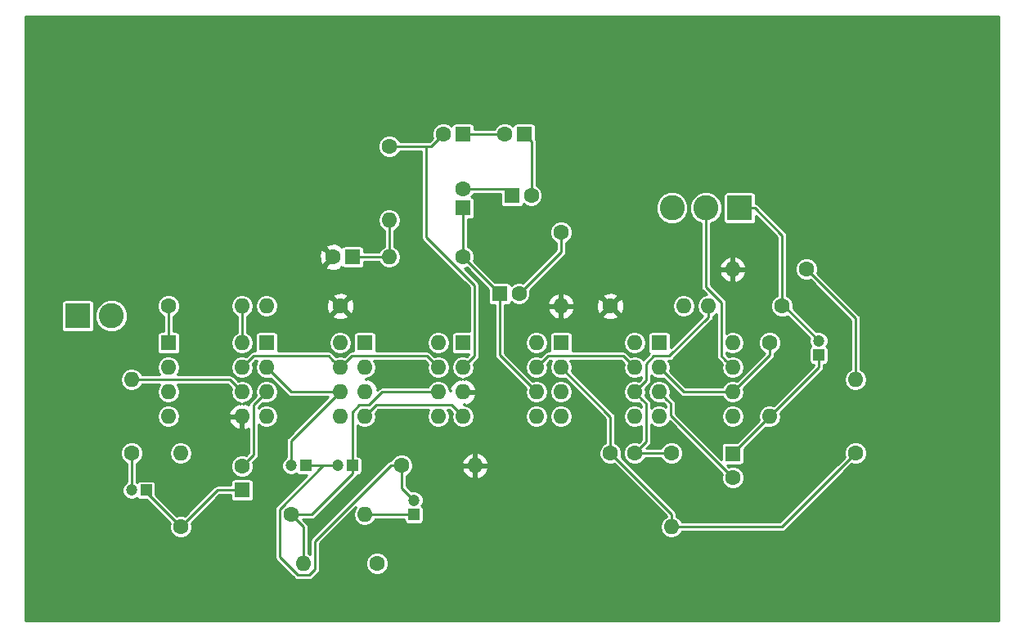
<source format=gtl>
G04 #@! TF.GenerationSoftware,KiCad,Pcbnew,(5.0.0)*
G04 #@! TF.CreationDate,2019-03-26T16:32:36-04:00*
G04 #@! TF.ProjectId,EEG,4545472E6B696361645F706362000000,v01*
G04 #@! TF.SameCoordinates,Original*
G04 #@! TF.FileFunction,Copper,L1,Top,Signal*
G04 #@! TF.FilePolarity,Positive*
%FSLAX46Y46*%
G04 Gerber Fmt 4.6, Leading zero omitted, Abs format (unit mm)*
G04 Created by KiCad (PCBNEW (5.0.0)) date 03/26/19 16:32:36*
%MOMM*%
%LPD*%
G01*
G04 APERTURE LIST*
G04 #@! TA.AperFunction,ComponentPad*
%ADD10C,1.200000*%
G04 #@! TD*
G04 #@! TA.AperFunction,ComponentPad*
%ADD11R,1.200000X1.200000*%
G04 #@! TD*
G04 #@! TA.AperFunction,ComponentPad*
%ADD12R,1.600000X1.600000*%
G04 #@! TD*
G04 #@! TA.AperFunction,ComponentPad*
%ADD13C,1.600000*%
G04 #@! TD*
G04 #@! TA.AperFunction,ComponentPad*
%ADD14O,1.600000X1.600000*%
G04 #@! TD*
G04 #@! TA.AperFunction,ComponentPad*
%ADD15R,2.600000X2.600000*%
G04 #@! TD*
G04 #@! TA.AperFunction,ComponentPad*
%ADD16C,2.600000*%
G04 #@! TD*
G04 #@! TA.AperFunction,Conductor*
%ADD17C,0.254000*%
G04 #@! TD*
G04 APERTURE END LIST*
D10*
G04 #@! TO.P,C1,2*
G04 #@! TO.N,Net-(C1-Pad2)*
X83590000Y-97790000D03*
D11*
G04 #@! TO.P,C1,1*
G04 #@! TO.N,Net-(C1-Pad1)*
X85090000Y-97790000D03*
G04 #@! TD*
G04 #@! TO.P,C2,1*
G04 #@! TO.N,Net-(C2-Pad1)*
X63730000Y-100330000D03*
D10*
G04 #@! TO.P,C2,2*
G04 #@! TO.N,Net-(C2-Pad2)*
X62230000Y-100330000D03*
G04 #@! TD*
D12*
G04 #@! TO.P,C3,1*
G04 #@! TO.N,Net-(C2-Pad1)*
X73660000Y-100330000D03*
D13*
G04 #@! TO.P,C3,2*
G04 #@! TO.N,Net-(C3-Pad2)*
X73660000Y-97830000D03*
G04 #@! TD*
D11*
G04 #@! TO.P,C4,1*
G04 #@! TO.N,Net-(C1-Pad2)*
X80240000Y-97790000D03*
D10*
G04 #@! TO.P,C4,2*
G04 #@! TO.N,Net-(C4-Pad2)*
X78740000Y-97790000D03*
G04 #@! TD*
G04 #@! TO.P,C5,2*
G04 #@! TO.N,Net-(C1-Pad2)*
X91440000Y-101370000D03*
D11*
G04 #@! TO.P,C5,1*
G04 #@! TO.N,Net-(C5-Pad1)*
X91440000Y-102870000D03*
G04 #@! TD*
D12*
G04 #@! TO.P,C6,1*
G04 #@! TO.N,Net-(C6-Pad1)*
X101600000Y-69850000D03*
D13*
G04 #@! TO.P,C6,2*
G04 #@! TO.N,Net-(C6-Pad2)*
X103600000Y-69850000D03*
G04 #@! TD*
G04 #@! TO.P,C7,2*
G04 #@! TO.N,Net-(C6-Pad1)*
X96520000Y-69120000D03*
D12*
G04 #@! TO.P,C7,1*
G04 #@! TO.N,Net-(C10-Pad1)*
X96520000Y-71120000D03*
G04 #@! TD*
D13*
G04 #@! TO.P,C8,2*
G04 #@! TO.N,Net-(C8-Pad2)*
X100870000Y-63500000D03*
D12*
G04 #@! TO.P,C8,1*
G04 #@! TO.N,Net-(C6-Pad2)*
X102870000Y-63500000D03*
G04 #@! TD*
G04 #@! TO.P,C9,1*
G04 #@! TO.N,Net-(C8-Pad2)*
X96520000Y-63500000D03*
D13*
G04 #@! TO.P,C9,2*
G04 #@! TO.N,Net-(C9-Pad2)*
X94520000Y-63500000D03*
G04 #@! TD*
D12*
G04 #@! TO.P,C10,1*
G04 #@! TO.N,Net-(C10-Pad1)*
X100330000Y-80010000D03*
D13*
G04 #@! TO.P,C10,2*
G04 #@! TO.N,Net-(C10-Pad2)*
X102330000Y-80010000D03*
G04 #@! TD*
D11*
G04 #@! TO.P,C11,1*
G04 #@! TO.N,Net-(C11-Pad1)*
X133350000Y-86360000D03*
D10*
G04 #@! TO.P,C11,2*
G04 #@! TO.N,Net-(C11-Pad2)*
X133350000Y-84860000D03*
G04 #@! TD*
D13*
G04 #@! TO.P,C12,2*
G04 #@! TO.N,Net-(C12-Pad2)*
X124460000Y-99060000D03*
D12*
G04 #@! TO.P,C12,1*
G04 #@! TO.N,Net-(C11-Pad1)*
X124460000Y-96560000D03*
G04 #@! TD*
D13*
G04 #@! TO.P,C13,2*
G04 #@! TO.N,GND*
X83090000Y-76200000D03*
D12*
G04 #@! TO.P,C13,1*
G04 #@! TO.N,Net-(C13-Pad1)*
X85090000Y-76200000D03*
G04 #@! TD*
D13*
G04 #@! TO.P,C14,1*
G04 #@! TO.N,Net-(C14-Pad1)*
X114300000Y-96520000D03*
G04 #@! TO.P,C14,2*
G04 #@! TO.N,Net-(C14-Pad2)*
X111800000Y-96520000D03*
G04 #@! TD*
D14*
G04 #@! TO.P,R1,2*
G04 #@! TO.N,Net-(C5-Pad1)*
X86360000Y-102870000D03*
D13*
G04 #@! TO.P,R1,1*
G04 #@! TO.N,Net-(C1-Pad1)*
X78740000Y-102870000D03*
G04 #@! TD*
D14*
G04 #@! TO.P,R2,2*
G04 #@! TO.N,Net-(C3-Pad2)*
X76200000Y-81280000D03*
D13*
G04 #@! TO.P,R2,1*
G04 #@! TO.N,GND*
X83820000Y-81280000D03*
G04 #@! TD*
G04 #@! TO.P,R3,1*
G04 #@! TO.N,Net-(R3-Pad1)*
X66040000Y-81280000D03*
D14*
G04 #@! TO.P,R3,2*
G04 #@! TO.N,Net-(R3-Pad2)*
X73660000Y-81280000D03*
G04 #@! TD*
G04 #@! TO.P,R4,2*
G04 #@! TO.N,Net-(R4-Pad2)*
X62230000Y-88900000D03*
D13*
G04 #@! TO.P,R4,1*
G04 #@! TO.N,Net-(C2-Pad2)*
X62230000Y-96520000D03*
G04 #@! TD*
G04 #@! TO.P,R5,1*
G04 #@! TO.N,Net-(C2-Pad1)*
X67310000Y-104140000D03*
D14*
G04 #@! TO.P,R5,2*
G04 #@! TO.N,Net-(C4-Pad2)*
X67310000Y-96520000D03*
G04 #@! TD*
D13*
G04 #@! TO.P,R6,1*
G04 #@! TO.N,Net-(C1-Pad2)*
X90170000Y-97790000D03*
D14*
G04 #@! TO.P,R6,2*
G04 #@! TO.N,GND*
X97790000Y-97790000D03*
G04 #@! TD*
D13*
G04 #@! TO.P,R7,1*
G04 #@! TO.N,Net-(C10-Pad1)*
X96520000Y-76200000D03*
D14*
G04 #@! TO.P,R7,2*
G04 #@! TO.N,Net-(C13-Pad1)*
X88900000Y-76200000D03*
G04 #@! TD*
G04 #@! TO.P,R8,2*
G04 #@! TO.N,Net-(C12-Pad2)*
X119380000Y-81280000D03*
D13*
G04 #@! TO.P,R8,1*
G04 #@! TO.N,GND*
X111760000Y-81280000D03*
G04 #@! TD*
D14*
G04 #@! TO.P,R9,2*
G04 #@! TO.N,Net-(C1-Pad1)*
X80010000Y-107950000D03*
D13*
G04 #@! TO.P,R9,1*
G04 #@! TO.N,Net-(C13-Pad1)*
X87630000Y-107950000D03*
G04 #@! TD*
G04 #@! TO.P,R10,1*
G04 #@! TO.N,Net-(C9-Pad2)*
X88900000Y-64770000D03*
D14*
G04 #@! TO.P,R10,2*
G04 #@! TO.N,Net-(C13-Pad1)*
X88900000Y-72390000D03*
G04 #@! TD*
G04 #@! TO.P,R11,2*
G04 #@! TO.N,Net-(C14-Pad1)*
X121920000Y-81280000D03*
D13*
G04 #@! TO.P,R11,1*
G04 #@! TO.N,Net-(C11-Pad2)*
X129540000Y-81280000D03*
G04 #@! TD*
D14*
G04 #@! TO.P,R12,2*
G04 #@! TO.N,GND*
X106680000Y-81280000D03*
D13*
G04 #@! TO.P,R12,1*
G04 #@! TO.N,Net-(C10-Pad2)*
X106680000Y-73660000D03*
G04 #@! TD*
G04 #@! TO.P,R13,1*
G04 #@! TO.N,Net-(C14-Pad1)*
X118110000Y-96520000D03*
D14*
G04 #@! TO.P,R13,2*
G04 #@! TO.N,Net-(C14-Pad2)*
X118110000Y-104140000D03*
G04 #@! TD*
D13*
G04 #@! TO.P,R14,1*
G04 #@! TO.N,Net-(R14-Pad1)*
X128270000Y-85090000D03*
D14*
G04 #@! TO.P,R14,2*
G04 #@! TO.N,Net-(C11-Pad1)*
X128270000Y-92710000D03*
G04 #@! TD*
G04 #@! TO.P,R15,2*
G04 #@! TO.N,Net-(R15-Pad2)*
X137160000Y-88900000D03*
D13*
G04 #@! TO.P,R15,1*
G04 #@! TO.N,Net-(C14-Pad2)*
X137160000Y-96520000D03*
G04 #@! TD*
G04 #@! TO.P,R16,1*
G04 #@! TO.N,Net-(R15-Pad2)*
X132080000Y-77470000D03*
D14*
G04 #@! TO.P,R16,2*
G04 #@! TO.N,GND*
X124460000Y-77470000D03*
G04 #@! TD*
G04 #@! TO.P,U1,8*
G04 #@! TO.N,Net-(R3-Pad2)*
X73660000Y-85090000D03*
G04 #@! TO.P,U1,4*
G04 #@! TO.N,-9V*
X66040000Y-92710000D03*
G04 #@! TO.P,U1,7*
G04 #@! TO.N,+9V*
X73660000Y-87630000D03*
G04 #@! TO.P,U1,3*
G04 #@! TO.N,Net-(J1-Pad1)*
X66040000Y-90170000D03*
G04 #@! TO.P,U1,6*
G04 #@! TO.N,Net-(R4-Pad2)*
X73660000Y-90170000D03*
G04 #@! TO.P,U1,2*
G04 #@! TO.N,Net-(J1-Pad2)*
X66040000Y-87630000D03*
G04 #@! TO.P,U1,5*
G04 #@! TO.N,GND*
X73660000Y-92710000D03*
D12*
G04 #@! TO.P,U1,1*
G04 #@! TO.N,Net-(R3-Pad1)*
X66040000Y-85090000D03*
G04 #@! TD*
G04 #@! TO.P,U2,1*
G04 #@! TO.N,Net-(U2-Pad1)*
X86360000Y-85090000D03*
D14*
G04 #@! TO.P,U2,5*
G04 #@! TO.N,Net-(U2-Pad5)*
X93980000Y-92710000D03*
G04 #@! TO.P,U2,2*
G04 #@! TO.N,Net-(C5-Pad1)*
X86360000Y-87630000D03*
G04 #@! TO.P,U2,6*
G04 #@! TO.N,Net-(C1-Pad1)*
X93980000Y-90170000D03*
G04 #@! TO.P,U2,3*
G04 #@! TO.N,GND*
X86360000Y-90170000D03*
G04 #@! TO.P,U2,7*
G04 #@! TO.N,+9V*
X93980000Y-87630000D03*
G04 #@! TO.P,U2,4*
G04 #@! TO.N,-9V*
X86360000Y-92710000D03*
G04 #@! TO.P,U2,8*
G04 #@! TO.N,Net-(U2-Pad8)*
X93980000Y-85090000D03*
G04 #@! TD*
G04 #@! TO.P,U3,8*
G04 #@! TO.N,Net-(U3-Pad8)*
X83820000Y-85090000D03*
G04 #@! TO.P,U3,4*
G04 #@! TO.N,-9V*
X76200000Y-92710000D03*
G04 #@! TO.P,U3,7*
G04 #@! TO.N,+9V*
X83820000Y-87630000D03*
G04 #@! TO.P,U3,3*
G04 #@! TO.N,Net-(C3-Pad2)*
X76200000Y-90170000D03*
G04 #@! TO.P,U3,6*
G04 #@! TO.N,Net-(C4-Pad2)*
X83820000Y-90170000D03*
G04 #@! TO.P,U3,2*
X76200000Y-87630000D03*
G04 #@! TO.P,U3,5*
G04 #@! TO.N,Net-(U3-Pad5)*
X83820000Y-92710000D03*
D12*
G04 #@! TO.P,U3,1*
G04 #@! TO.N,Net-(U3-Pad1)*
X76200000Y-85090000D03*
G04 #@! TD*
D14*
G04 #@! TO.P,U4,8*
G04 #@! TO.N,Net-(U4-Pad8)*
X104140000Y-85090000D03*
G04 #@! TO.P,U4,4*
G04 #@! TO.N,-9V*
X96520000Y-92710000D03*
G04 #@! TO.P,U4,7*
G04 #@! TO.N,+9V*
X104140000Y-87630000D03*
G04 #@! TO.P,U4,3*
G04 #@! TO.N,GND*
X96520000Y-90170000D03*
G04 #@! TO.P,U4,6*
G04 #@! TO.N,Net-(C10-Pad1)*
X104140000Y-90170000D03*
G04 #@! TO.P,U4,2*
G04 #@! TO.N,Net-(C9-Pad2)*
X96520000Y-87630000D03*
G04 #@! TO.P,U4,5*
G04 #@! TO.N,Net-(U4-Pad5)*
X104140000Y-92710000D03*
D12*
G04 #@! TO.P,U4,1*
G04 #@! TO.N,Net-(U4-Pad1)*
X96520000Y-85090000D03*
G04 #@! TD*
G04 #@! TO.P,U5,1*
G04 #@! TO.N,Net-(U5-Pad1)*
X106680000Y-85090000D03*
D14*
G04 #@! TO.P,U5,5*
G04 #@! TO.N,Net-(U5-Pad5)*
X114300000Y-92710000D03*
G04 #@! TO.P,U5,2*
G04 #@! TO.N,Net-(C14-Pad2)*
X106680000Y-87630000D03*
G04 #@! TO.P,U5,6*
G04 #@! TO.N,Net-(C14-Pad1)*
X114300000Y-90170000D03*
G04 #@! TO.P,U5,3*
G04 #@! TO.N,Net-(C10-Pad2)*
X106680000Y-90170000D03*
G04 #@! TO.P,U5,7*
G04 #@! TO.N,+9V*
X114300000Y-87630000D03*
G04 #@! TO.P,U5,4*
G04 #@! TO.N,-9V*
X106680000Y-92710000D03*
G04 #@! TO.P,U5,8*
G04 #@! TO.N,Net-(U5-Pad8)*
X114300000Y-85090000D03*
G04 #@! TD*
D12*
G04 #@! TO.P,U6,1*
G04 #@! TO.N,Net-(U6-Pad1)*
X116840000Y-85090000D03*
D14*
G04 #@! TO.P,U6,5*
G04 #@! TO.N,Net-(U6-Pad5)*
X124460000Y-92710000D03*
G04 #@! TO.P,U6,2*
G04 #@! TO.N,Net-(R14-Pad1)*
X116840000Y-87630000D03*
G04 #@! TO.P,U6,6*
X124460000Y-90170000D03*
G04 #@! TO.P,U6,3*
G04 #@! TO.N,Net-(C12-Pad2)*
X116840000Y-90170000D03*
G04 #@! TO.P,U6,7*
G04 #@! TO.N,+9V*
X124460000Y-87630000D03*
G04 #@! TO.P,U6,4*
G04 #@! TO.N,-9V*
X116840000Y-92710000D03*
G04 #@! TO.P,U6,8*
G04 #@! TO.N,Net-(U6-Pad8)*
X124460000Y-85090000D03*
G04 #@! TD*
D15*
G04 #@! TO.P,J1,1*
G04 #@! TO.N,Net-(J1-Pad1)*
X56642000Y-82296000D03*
D16*
G04 #@! TO.P,J1,2*
G04 #@! TO.N,Net-(J1-Pad2)*
X60142000Y-82296000D03*
G04 #@! TD*
D15*
G04 #@! TO.P,J2,1*
G04 #@! TO.N,Net-(C11-Pad2)*
X125166000Y-71120000D03*
D16*
G04 #@! TO.P,J2,2*
G04 #@! TO.N,+9V*
X121666000Y-71120000D03*
G04 #@! TO.P,J2,3*
G04 #@! TO.N,-9V*
X118166000Y-71120000D03*
G04 #@! TD*
D17*
G04 #@! TO.N,Net-(C1-Pad2)*
X82741472Y-97790000D02*
X83590000Y-97790000D01*
X77558999Y-102303119D02*
X82072118Y-97790000D01*
X77558999Y-107246881D02*
X77558999Y-102303119D01*
X82072118Y-97790000D02*
X82741472Y-97790000D01*
X80240000Y-97790000D02*
X83590000Y-97790000D01*
X90170000Y-100100000D02*
X91440000Y-101370000D01*
X90170000Y-97790000D02*
X90170000Y-100100000D01*
X81191001Y-108516881D02*
X80576881Y-109131001D01*
X80576881Y-109131001D02*
X79443119Y-109131001D01*
X89038630Y-97790000D02*
X81191001Y-105637629D01*
X90170000Y-97790000D02*
X89038630Y-97790000D01*
X79443119Y-109131001D02*
X77558999Y-107246881D01*
X81191001Y-105637629D02*
X81191001Y-108516881D01*
G04 #@! TO.N,Net-(C1-Pad1)*
X80010000Y-104140000D02*
X78740000Y-102870000D01*
X80010000Y-107950000D02*
X80010000Y-104140000D01*
X85090000Y-96936000D02*
X85090000Y-97790000D01*
X85090000Y-92232118D02*
X85090000Y-96936000D01*
X85793119Y-91528999D02*
X85090000Y-92232118D01*
X86822567Y-91528999D02*
X85793119Y-91528999D01*
X88181566Y-90170000D02*
X86822567Y-91528999D01*
X93980000Y-90170000D02*
X88181566Y-90170000D01*
X79871370Y-102870000D02*
X78740000Y-102870000D01*
X80864000Y-102870000D02*
X79871370Y-102870000D01*
X85090000Y-98644000D02*
X80864000Y-102870000D01*
X85090000Y-97790000D02*
X85090000Y-98644000D01*
G04 #@! TO.N,Net-(C2-Pad1)*
X67310000Y-104140000D02*
X63500000Y-100330000D01*
X71120000Y-100330000D02*
X67310000Y-104140000D01*
X73660000Y-100330000D02*
X71120000Y-100330000D01*
G04 #@! TO.N,Net-(C2-Pad2)*
X62230000Y-96520000D02*
X62230000Y-100330000D01*
G04 #@! TO.N,Net-(C3-Pad2)*
X75400001Y-90969999D02*
X76200000Y-90170000D01*
X74841001Y-91528999D02*
X75400001Y-90969999D01*
X74841001Y-96648999D02*
X74841001Y-91528999D01*
X73660000Y-97830000D02*
X74841001Y-96648999D01*
G04 #@! TO.N,Net-(C4-Pad2)*
X78740000Y-95250000D02*
X83820000Y-90170000D01*
X78740000Y-97790000D02*
X78740000Y-95250000D01*
X78740000Y-90170000D02*
X76200000Y-87630000D01*
X83820000Y-90170000D02*
X78740000Y-90170000D01*
G04 #@! TO.N,Net-(C5-Pad1)*
X91440000Y-102870000D02*
X86360000Y-102870000D01*
G04 #@! TO.N,Net-(C6-Pad1)*
X100870000Y-69120000D02*
X101600000Y-69850000D01*
X96520000Y-69120000D02*
X100870000Y-69120000D01*
G04 #@! TO.N,Net-(C6-Pad2)*
X103600000Y-64230000D02*
X102870000Y-63500000D01*
X103600000Y-69850000D02*
X103600000Y-64230000D01*
G04 #@! TO.N,Net-(C10-Pad1)*
X100330000Y-80010000D02*
X96520000Y-76200000D01*
X96520000Y-71120000D02*
X96520000Y-76200000D01*
X100330000Y-86360000D02*
X104140000Y-90170000D01*
X100330000Y-80010000D02*
X100330000Y-86360000D01*
G04 #@! TO.N,Net-(C8-Pad2)*
X100870000Y-63500000D02*
X96520000Y-63500000D01*
G04 #@! TO.N,Net-(C9-Pad2)*
X94520000Y-63500000D02*
X93250000Y-64770000D01*
X92710000Y-74137882D02*
X92710000Y-64770000D01*
X97701001Y-79128883D02*
X92710000Y-74137882D01*
X97701001Y-86448999D02*
X97701001Y-79128883D01*
X96520000Y-87630000D02*
X97701001Y-86448999D01*
X93250000Y-64770000D02*
X92710000Y-64770000D01*
X92710000Y-64770000D02*
X88900000Y-64770000D01*
G04 #@! TO.N,Net-(C10-Pad2)*
X106680000Y-75660000D02*
X102330000Y-80010000D01*
X106680000Y-73660000D02*
X106680000Y-75660000D01*
G04 #@! TO.N,Net-(C11-Pad1)*
X133350000Y-87630000D02*
X128270000Y-92710000D01*
X133350000Y-86360000D02*
X133350000Y-87630000D01*
X124460000Y-96520000D02*
X124460000Y-96560000D01*
X128270000Y-92710000D02*
X124460000Y-96520000D01*
G04 #@! TO.N,Net-(C11-Pad2)*
X129770000Y-81280000D02*
X129540000Y-81280000D01*
X133350000Y-84860000D02*
X129770000Y-81280000D01*
X126720000Y-71120000D02*
X125166000Y-71120000D01*
X129540000Y-73940000D02*
X126720000Y-71120000D01*
X129540000Y-81280000D02*
X129540000Y-73940000D01*
G04 #@! TO.N,Net-(C12-Pad2)*
X117639999Y-90969999D02*
X116840000Y-90170000D01*
X118021001Y-91351001D02*
X117639999Y-90969999D01*
X118021001Y-92621001D02*
X118021001Y-91351001D01*
X124460000Y-99060000D02*
X118021001Y-92621001D01*
G04 #@! TO.N,Net-(C13-Pad1)*
X88900000Y-72390000D02*
X88900000Y-76200000D01*
X88900000Y-76200000D02*
X85090000Y-76200000D01*
G04 #@! TO.N,Net-(C14-Pad1)*
X118110000Y-96520000D02*
X114300000Y-96520000D01*
X115099999Y-89370001D02*
X114300000Y-90170000D01*
X115481001Y-88988999D02*
X115099999Y-89370001D01*
X115481001Y-87241117D02*
X115481001Y-88988999D01*
X116273119Y-86448999D02*
X115481001Y-87241117D01*
X117882371Y-86448999D02*
X116273119Y-86448999D01*
X121920000Y-82411370D02*
X117882371Y-86448999D01*
X121920000Y-81280000D02*
X121920000Y-82411370D01*
X115099999Y-90969999D02*
X114300000Y-90170000D01*
X115481001Y-91351001D02*
X115099999Y-90969999D01*
X115481001Y-95338999D02*
X115481001Y-91351001D01*
X114300000Y-96520000D02*
X115481001Y-95338999D01*
G04 #@! TO.N,Net-(C14-Pad2)*
X129540000Y-104140000D02*
X137160000Y-96520000D01*
X118110000Y-104140000D02*
X129540000Y-104140000D01*
X118110000Y-102830000D02*
X111800000Y-96520000D01*
X118110000Y-104140000D02*
X118110000Y-102830000D01*
X111800000Y-92750000D02*
X106680000Y-87630000D01*
X111800000Y-96520000D02*
X111800000Y-92750000D01*
G04 #@! TO.N,Net-(R3-Pad1)*
X66040000Y-81280000D02*
X66040000Y-85090000D01*
G04 #@! TO.N,Net-(R3-Pad2)*
X73660000Y-81280000D02*
X73660000Y-85090000D01*
G04 #@! TO.N,Net-(R4-Pad2)*
X72390000Y-88900000D02*
X73660000Y-90170000D01*
X62230000Y-88900000D02*
X72390000Y-88900000D01*
G04 #@! TO.N,Net-(R14-Pad1)*
X128270000Y-86360000D02*
X128270000Y-85090000D01*
X124460000Y-90170000D02*
X128270000Y-86360000D01*
X119380000Y-90170000D02*
X116840000Y-87630000D01*
X124460000Y-90170000D02*
X119380000Y-90170000D01*
G04 #@! TO.N,Net-(R15-Pad2)*
X137160000Y-82550000D02*
X132080000Y-77470000D01*
X137160000Y-88900000D02*
X137160000Y-82550000D01*
G04 #@! TO.N,-9V*
X87159999Y-91910001D02*
X86360000Y-92710000D01*
X87541001Y-91528999D02*
X87159999Y-91910001D01*
X95338999Y-91528999D02*
X87541001Y-91528999D01*
X96520000Y-92710000D02*
X95338999Y-91528999D01*
G04 #@! TO.N,+9V*
X104939999Y-86830001D02*
X104140000Y-87630000D01*
X105321001Y-86448999D02*
X104939999Y-86830001D01*
X113118999Y-86448999D02*
X105321001Y-86448999D01*
X114300000Y-87630000D02*
X113118999Y-86448999D01*
X84619999Y-86830001D02*
X83820000Y-87630000D01*
X85001001Y-86448999D02*
X84619999Y-86830001D01*
X92798999Y-86448999D02*
X85001001Y-86448999D01*
X93980000Y-87630000D02*
X92798999Y-86448999D01*
X83020001Y-86830001D02*
X83820000Y-87630000D01*
X82638999Y-86448999D02*
X83020001Y-86830001D01*
X74841001Y-86448999D02*
X82638999Y-86448999D01*
X73660000Y-87630000D02*
X74841001Y-86448999D01*
X123660001Y-86830001D02*
X124460000Y-87630000D01*
X123278999Y-86448999D02*
X123660001Y-86830001D01*
X123278999Y-80891117D02*
X123278999Y-86448999D01*
X121666000Y-79278118D02*
X123278999Y-80891117D01*
X121666000Y-71120000D02*
X121666000Y-79278118D01*
G04 #@! TD*
G04 #@! TO.N,GND*
G36*
X151944000Y-113844000D02*
X51256000Y-113844000D01*
X51256000Y-96285085D01*
X61049000Y-96285085D01*
X61049000Y-96754915D01*
X61228797Y-97188983D01*
X61561017Y-97521203D01*
X61722000Y-97587885D01*
X61722001Y-99478593D01*
X61674308Y-99498348D01*
X61398348Y-99774308D01*
X61249000Y-100134867D01*
X61249000Y-100525133D01*
X61398348Y-100885692D01*
X61674308Y-101161652D01*
X62034867Y-101311000D01*
X62425133Y-101311000D01*
X62785692Y-101161652D01*
X62810191Y-101137153D01*
X62855314Y-101204686D01*
X62981341Y-101288894D01*
X63130000Y-101318464D01*
X63770044Y-101318464D01*
X66195681Y-103744102D01*
X66129000Y-103905085D01*
X66129000Y-104374915D01*
X66308797Y-104808983D01*
X66641017Y-105141203D01*
X67075085Y-105321000D01*
X67544915Y-105321000D01*
X67978983Y-105141203D01*
X68311203Y-104808983D01*
X68491000Y-104374915D01*
X68491000Y-103905085D01*
X68424318Y-103744102D01*
X71330421Y-100838000D01*
X72471536Y-100838000D01*
X72471536Y-101130000D01*
X72501106Y-101278659D01*
X72585314Y-101404686D01*
X72711341Y-101488894D01*
X72860000Y-101518464D01*
X74460000Y-101518464D01*
X74608659Y-101488894D01*
X74734686Y-101404686D01*
X74818894Y-101278659D01*
X74848464Y-101130000D01*
X74848464Y-99530000D01*
X74818894Y-99381341D01*
X74734686Y-99255314D01*
X74608659Y-99171106D01*
X74460000Y-99141536D01*
X72860000Y-99141536D01*
X72711341Y-99171106D01*
X72585314Y-99255314D01*
X72501106Y-99381341D01*
X72471536Y-99530000D01*
X72471536Y-99822000D01*
X71170028Y-99822000D01*
X71120000Y-99812049D01*
X71069972Y-99822000D01*
X71069968Y-99822000D01*
X70921788Y-99851475D01*
X70861286Y-99891902D01*
X70796167Y-99935412D01*
X70796165Y-99935414D01*
X70753753Y-99963753D01*
X70725414Y-100006165D01*
X67705898Y-103025682D01*
X67544915Y-102959000D01*
X67075085Y-102959000D01*
X66914102Y-103025681D01*
X64718464Y-100830044D01*
X64718464Y-99730000D01*
X64688894Y-99581341D01*
X64604686Y-99455314D01*
X64478659Y-99371106D01*
X64330000Y-99341536D01*
X63130000Y-99341536D01*
X62981341Y-99371106D01*
X62855314Y-99455314D01*
X62810191Y-99522847D01*
X62785692Y-99498348D01*
X62738000Y-99478593D01*
X62738000Y-97587884D01*
X62898983Y-97521203D01*
X63231203Y-97188983D01*
X63411000Y-96754915D01*
X63411000Y-96520000D01*
X66105863Y-96520000D01*
X66197522Y-96980803D01*
X66458547Y-97371453D01*
X66849197Y-97632478D01*
X67193682Y-97701000D01*
X67426318Y-97701000D01*
X67770803Y-97632478D01*
X68161453Y-97371453D01*
X68422478Y-96980803D01*
X68514137Y-96520000D01*
X68422478Y-96059197D01*
X68161453Y-95668547D01*
X67770803Y-95407522D01*
X67426318Y-95339000D01*
X67193682Y-95339000D01*
X66849197Y-95407522D01*
X66458547Y-95668547D01*
X66197522Y-96059197D01*
X66105863Y-96520000D01*
X63411000Y-96520000D01*
X63411000Y-96285085D01*
X63231203Y-95851017D01*
X62898983Y-95518797D01*
X62464915Y-95339000D01*
X61995085Y-95339000D01*
X61561017Y-95518797D01*
X61228797Y-95851017D01*
X61049000Y-96285085D01*
X51256000Y-96285085D01*
X51256000Y-92710000D01*
X64835863Y-92710000D01*
X64927522Y-93170803D01*
X65188547Y-93561453D01*
X65579197Y-93822478D01*
X65923682Y-93891000D01*
X66156318Y-93891000D01*
X66500803Y-93822478D01*
X66891453Y-93561453D01*
X67152478Y-93170803D01*
X67174709Y-93059039D01*
X72268096Y-93059039D01*
X72428959Y-93447423D01*
X72804866Y-93862389D01*
X73310959Y-94101914D01*
X73533000Y-93980629D01*
X73533000Y-92837000D01*
X72390085Y-92837000D01*
X72268096Y-93059039D01*
X67174709Y-93059039D01*
X67244137Y-92710000D01*
X67152478Y-92249197D01*
X66891453Y-91858547D01*
X66500803Y-91597522D01*
X66156318Y-91529000D01*
X65923682Y-91529000D01*
X65579197Y-91597522D01*
X65188547Y-91858547D01*
X64927522Y-92249197D01*
X64835863Y-92710000D01*
X51256000Y-92710000D01*
X51256000Y-88900000D01*
X61025863Y-88900000D01*
X61117522Y-89360803D01*
X61378547Y-89751453D01*
X61769197Y-90012478D01*
X62113682Y-90081000D01*
X62346318Y-90081000D01*
X62690803Y-90012478D01*
X63081453Y-89751453D01*
X63310942Y-89408000D01*
X65128776Y-89408000D01*
X64927522Y-89709197D01*
X64835863Y-90170000D01*
X64927522Y-90630803D01*
X65188547Y-91021453D01*
X65579197Y-91282478D01*
X65923682Y-91351000D01*
X66156318Y-91351000D01*
X66500803Y-91282478D01*
X66891453Y-91021453D01*
X67152478Y-90630803D01*
X67244137Y-90170000D01*
X67152478Y-89709197D01*
X66951224Y-89408000D01*
X72179580Y-89408000D01*
X72536448Y-89764869D01*
X72455863Y-90170000D01*
X72547522Y-90630803D01*
X72808547Y-91021453D01*
X73199197Y-91282478D01*
X73532998Y-91348875D01*
X73532998Y-91439370D01*
X73310959Y-91318086D01*
X72804866Y-91557611D01*
X72428959Y-91972577D01*
X72268096Y-92360961D01*
X72390085Y-92583000D01*
X73533000Y-92583000D01*
X73533000Y-92563000D01*
X73787000Y-92563000D01*
X73787000Y-92583000D01*
X73807000Y-92583000D01*
X73807000Y-92837000D01*
X73787000Y-92837000D01*
X73787000Y-93980629D01*
X74009041Y-94101914D01*
X74333002Y-93948589D01*
X74333001Y-96438578D01*
X74055898Y-96715681D01*
X73894915Y-96649000D01*
X73425085Y-96649000D01*
X72991017Y-96828797D01*
X72658797Y-97161017D01*
X72479000Y-97595085D01*
X72479000Y-98064915D01*
X72658797Y-98498983D01*
X72991017Y-98831203D01*
X73425085Y-99011000D01*
X73894915Y-99011000D01*
X74328983Y-98831203D01*
X74661203Y-98498983D01*
X74841000Y-98064915D01*
X74841000Y-97595085D01*
X74774319Y-97434102D01*
X75164837Y-97043584D01*
X75207248Y-97015246D01*
X75235587Y-96972834D01*
X75235589Y-96972832D01*
X75293443Y-96886247D01*
X75319526Y-96847211D01*
X75349001Y-96699031D01*
X75349001Y-96699027D01*
X75358952Y-96648999D01*
X75349001Y-96598971D01*
X75349001Y-93561756D01*
X75739197Y-93822478D01*
X76083682Y-93891000D01*
X76316318Y-93891000D01*
X76660803Y-93822478D01*
X77051453Y-93561453D01*
X77312478Y-93170803D01*
X77404137Y-92710000D01*
X77312478Y-92249197D01*
X77051453Y-91858547D01*
X76660803Y-91597522D01*
X76316318Y-91529000D01*
X76083682Y-91529000D01*
X75739197Y-91597522D01*
X75349001Y-91858244D01*
X75349001Y-91739419D01*
X75794868Y-91293552D01*
X76083682Y-91351000D01*
X76316318Y-91351000D01*
X76660803Y-91282478D01*
X77051453Y-91021453D01*
X77312478Y-90630803D01*
X77404137Y-90170000D01*
X77312478Y-89709197D01*
X77051453Y-89318547D01*
X76660803Y-89057522D01*
X76316318Y-88989000D01*
X76083682Y-88989000D01*
X75739197Y-89057522D01*
X75348547Y-89318547D01*
X75087522Y-89709197D01*
X74995863Y-90170000D01*
X75076448Y-90575132D01*
X74517167Y-91134413D01*
X74474755Y-91162752D01*
X74446416Y-91205164D01*
X74446413Y-91205167D01*
X74362476Y-91330788D01*
X74334375Y-91472061D01*
X74009041Y-91318086D01*
X73787002Y-91439370D01*
X73787002Y-91348875D01*
X74120803Y-91282478D01*
X74511453Y-91021453D01*
X74772478Y-90630803D01*
X74864137Y-90170000D01*
X74772478Y-89709197D01*
X74511453Y-89318547D01*
X74120803Y-89057522D01*
X73776318Y-88989000D01*
X73543682Y-88989000D01*
X73254869Y-89046448D01*
X72784588Y-88576168D01*
X72756247Y-88533753D01*
X72588212Y-88421475D01*
X72440032Y-88392000D01*
X72440028Y-88392000D01*
X72390000Y-88382049D01*
X72339972Y-88392000D01*
X66951224Y-88392000D01*
X67152478Y-88090803D01*
X67244137Y-87630000D01*
X72455863Y-87630000D01*
X72547522Y-88090803D01*
X72808547Y-88481453D01*
X73199197Y-88742478D01*
X73543682Y-88811000D01*
X73776318Y-88811000D01*
X74120803Y-88742478D01*
X74511453Y-88481453D01*
X74772478Y-88090803D01*
X74864137Y-87630000D01*
X74783552Y-87224869D01*
X75051422Y-86956999D01*
X75229309Y-86956999D01*
X75087522Y-87169197D01*
X74995863Y-87630000D01*
X75087522Y-88090803D01*
X75348547Y-88481453D01*
X75739197Y-88742478D01*
X76083682Y-88811000D01*
X76316318Y-88811000D01*
X76605132Y-88753552D01*
X78345412Y-90493832D01*
X78373753Y-90536247D01*
X78541788Y-90648525D01*
X78689968Y-90678000D01*
X78689971Y-90678000D01*
X78739999Y-90687951D01*
X78790027Y-90678000D01*
X82593579Y-90678000D01*
X78416166Y-94855414D01*
X78373754Y-94883753D01*
X78345415Y-94926165D01*
X78345412Y-94926168D01*
X78261475Y-95051789D01*
X78222049Y-95250000D01*
X78232001Y-95300033D01*
X78232000Y-96938593D01*
X78184308Y-96958348D01*
X77908348Y-97234308D01*
X77759000Y-97594867D01*
X77759000Y-97985133D01*
X77908348Y-98345692D01*
X78184308Y-98621652D01*
X78544867Y-98771000D01*
X78935133Y-98771000D01*
X79295692Y-98621652D01*
X79320191Y-98597153D01*
X79365314Y-98664686D01*
X79491341Y-98748894D01*
X79640000Y-98778464D01*
X80365233Y-98778464D01*
X77235165Y-101908533D01*
X77192753Y-101936872D01*
X77164414Y-101979284D01*
X77164411Y-101979287D01*
X77080474Y-102104908D01*
X77041048Y-102303119D01*
X77051000Y-102353152D01*
X77050999Y-107196853D01*
X77041048Y-107246881D01*
X77050999Y-107296909D01*
X77050999Y-107296912D01*
X77080474Y-107445092D01*
X77192752Y-107613128D01*
X77235167Y-107641469D01*
X79048533Y-109454836D01*
X79076872Y-109497248D01*
X79119284Y-109525587D01*
X79119286Y-109525589D01*
X79244907Y-109609526D01*
X79393087Y-109639001D01*
X79393090Y-109639001D01*
X79443118Y-109648952D01*
X79493146Y-109639001D01*
X80526853Y-109639001D01*
X80576881Y-109648952D01*
X80626909Y-109639001D01*
X80626913Y-109639001D01*
X80775093Y-109609526D01*
X80943128Y-109497248D01*
X80971469Y-109454833D01*
X81514836Y-108911467D01*
X81557248Y-108883128D01*
X81585587Y-108840716D01*
X81585589Y-108840714D01*
X81669526Y-108715093D01*
X81687844Y-108623001D01*
X81699001Y-108566913D01*
X81699001Y-108566909D01*
X81708952Y-108516881D01*
X81699001Y-108466853D01*
X81699001Y-107715085D01*
X86449000Y-107715085D01*
X86449000Y-108184915D01*
X86628797Y-108618983D01*
X86961017Y-108951203D01*
X87395085Y-109131000D01*
X87864915Y-109131000D01*
X88298983Y-108951203D01*
X88631203Y-108618983D01*
X88811000Y-108184915D01*
X88811000Y-107715085D01*
X88631203Y-107281017D01*
X88298983Y-106948797D01*
X87864915Y-106769000D01*
X87395085Y-106769000D01*
X86961017Y-106948797D01*
X86628797Y-107281017D01*
X86449000Y-107715085D01*
X81699001Y-107715085D01*
X81699001Y-105848049D01*
X85468362Y-102078688D01*
X85247522Y-102409197D01*
X85155863Y-102870000D01*
X85247522Y-103330803D01*
X85508547Y-103721453D01*
X85899197Y-103982478D01*
X86243682Y-104051000D01*
X86476318Y-104051000D01*
X86820803Y-103982478D01*
X87211453Y-103721453D01*
X87440942Y-103378000D01*
X90451536Y-103378000D01*
X90451536Y-103470000D01*
X90481106Y-103618659D01*
X90565314Y-103744686D01*
X90691341Y-103828894D01*
X90840000Y-103858464D01*
X92040000Y-103858464D01*
X92188659Y-103828894D01*
X92314686Y-103744686D01*
X92398894Y-103618659D01*
X92428464Y-103470000D01*
X92428464Y-102270000D01*
X92398894Y-102121341D01*
X92314686Y-101995314D01*
X92247153Y-101950191D01*
X92271652Y-101925692D01*
X92421000Y-101565133D01*
X92421000Y-101174867D01*
X92271652Y-100814308D01*
X91995692Y-100538348D01*
X91635133Y-100389000D01*
X91244867Y-100389000D01*
X91197175Y-100408755D01*
X90678000Y-99889580D01*
X90678000Y-98857884D01*
X90838983Y-98791203D01*
X91171203Y-98458983D01*
X91303728Y-98139039D01*
X96398096Y-98139039D01*
X96558959Y-98527423D01*
X96934866Y-98942389D01*
X97440959Y-99181914D01*
X97663000Y-99060629D01*
X97663000Y-97917000D01*
X97917000Y-97917000D01*
X97917000Y-99060629D01*
X98139041Y-99181914D01*
X98645134Y-98942389D01*
X99021041Y-98527423D01*
X99181904Y-98139039D01*
X99059915Y-97917000D01*
X97917000Y-97917000D01*
X97663000Y-97917000D01*
X96520085Y-97917000D01*
X96398096Y-98139039D01*
X91303728Y-98139039D01*
X91351000Y-98024915D01*
X91351000Y-97555085D01*
X91303729Y-97440961D01*
X96398096Y-97440961D01*
X96520085Y-97663000D01*
X97663000Y-97663000D01*
X97663000Y-96519371D01*
X97917000Y-96519371D01*
X97917000Y-97663000D01*
X99059915Y-97663000D01*
X99181904Y-97440961D01*
X99021041Y-97052577D01*
X98645134Y-96637611D01*
X98139041Y-96398086D01*
X97917000Y-96519371D01*
X97663000Y-96519371D01*
X97440959Y-96398086D01*
X96934866Y-96637611D01*
X96558959Y-97052577D01*
X96398096Y-97440961D01*
X91303729Y-97440961D01*
X91171203Y-97121017D01*
X90838983Y-96788797D01*
X90404915Y-96609000D01*
X89935085Y-96609000D01*
X89501017Y-96788797D01*
X89168797Y-97121017D01*
X89102116Y-97282000D01*
X89088657Y-97282000D01*
X89038629Y-97272049D01*
X88988601Y-97282000D01*
X88988598Y-97282000D01*
X88840418Y-97311475D01*
X88672383Y-97423753D01*
X88644042Y-97466168D01*
X80867169Y-105243041D01*
X80824754Y-105271382D01*
X80712476Y-105439418D01*
X80683001Y-105587598D01*
X80683001Y-105587601D01*
X80673050Y-105637629D01*
X80683001Y-105687657D01*
X80683001Y-106979309D01*
X80518000Y-106869058D01*
X80518000Y-104190027D01*
X80527951Y-104139999D01*
X80518000Y-104089971D01*
X80518000Y-104089968D01*
X80488525Y-103941788D01*
X80464001Y-103905085D01*
X80404588Y-103816167D01*
X80404586Y-103816165D01*
X80376247Y-103773753D01*
X80333835Y-103745414D01*
X79966421Y-103378000D01*
X80813972Y-103378000D01*
X80864000Y-103387951D01*
X80914028Y-103378000D01*
X80914032Y-103378000D01*
X81062212Y-103348525D01*
X81230247Y-103236247D01*
X81258588Y-103193832D01*
X85413832Y-99038588D01*
X85456247Y-99010247D01*
X85568525Y-98842212D01*
X85581205Y-98778464D01*
X85690000Y-98778464D01*
X85838659Y-98748894D01*
X85964686Y-98664686D01*
X86048894Y-98538659D01*
X86078464Y-98390000D01*
X86078464Y-97190000D01*
X86048894Y-97041341D01*
X85964686Y-96915314D01*
X85838659Y-96831106D01*
X85690000Y-96801536D01*
X85598000Y-96801536D01*
X85598000Y-93621224D01*
X85899197Y-93822478D01*
X86243682Y-93891000D01*
X86476318Y-93891000D01*
X86820803Y-93822478D01*
X87211453Y-93561453D01*
X87472478Y-93170803D01*
X87564137Y-92710000D01*
X87483552Y-92304868D01*
X87554586Y-92233834D01*
X87751422Y-92036999D01*
X93009309Y-92036999D01*
X92867522Y-92249197D01*
X92775863Y-92710000D01*
X92867522Y-93170803D01*
X93128547Y-93561453D01*
X93519197Y-93822478D01*
X93863682Y-93891000D01*
X94096318Y-93891000D01*
X94440803Y-93822478D01*
X94831453Y-93561453D01*
X95092478Y-93170803D01*
X95184137Y-92710000D01*
X95092478Y-92249197D01*
X94950691Y-92036999D01*
X95128579Y-92036999D01*
X95396448Y-92304869D01*
X95315863Y-92710000D01*
X95407522Y-93170803D01*
X95668547Y-93561453D01*
X96059197Y-93822478D01*
X96403682Y-93891000D01*
X96636318Y-93891000D01*
X96980803Y-93822478D01*
X97371453Y-93561453D01*
X97632478Y-93170803D01*
X97724137Y-92710000D01*
X102935863Y-92710000D01*
X103027522Y-93170803D01*
X103288547Y-93561453D01*
X103679197Y-93822478D01*
X104023682Y-93891000D01*
X104256318Y-93891000D01*
X104600803Y-93822478D01*
X104991453Y-93561453D01*
X105252478Y-93170803D01*
X105344137Y-92710000D01*
X105475863Y-92710000D01*
X105567522Y-93170803D01*
X105828547Y-93561453D01*
X106219197Y-93822478D01*
X106563682Y-93891000D01*
X106796318Y-93891000D01*
X107140803Y-93822478D01*
X107531453Y-93561453D01*
X107792478Y-93170803D01*
X107884137Y-92710000D01*
X107792478Y-92249197D01*
X107531453Y-91858547D01*
X107140803Y-91597522D01*
X106796318Y-91529000D01*
X106563682Y-91529000D01*
X106219197Y-91597522D01*
X105828547Y-91858547D01*
X105567522Y-92249197D01*
X105475863Y-92710000D01*
X105344137Y-92710000D01*
X105252478Y-92249197D01*
X104991453Y-91858547D01*
X104600803Y-91597522D01*
X104256318Y-91529000D01*
X104023682Y-91529000D01*
X103679197Y-91597522D01*
X103288547Y-91858547D01*
X103027522Y-92249197D01*
X102935863Y-92710000D01*
X97724137Y-92710000D01*
X97632478Y-92249197D01*
X97371453Y-91858547D01*
X96980803Y-91597522D01*
X96647002Y-91531125D01*
X96647002Y-91440630D01*
X96869041Y-91561914D01*
X97375134Y-91322389D01*
X97751041Y-90907423D01*
X97911904Y-90519039D01*
X97789915Y-90297000D01*
X96647000Y-90297000D01*
X96647000Y-90317000D01*
X96393000Y-90317000D01*
X96393000Y-90297000D01*
X96373000Y-90297000D01*
X96373000Y-90043000D01*
X96393000Y-90043000D01*
X96393000Y-90023000D01*
X96647000Y-90023000D01*
X96647000Y-90043000D01*
X97789915Y-90043000D01*
X97911904Y-89820961D01*
X97751041Y-89432577D01*
X97375134Y-89017611D01*
X96869041Y-88778086D01*
X96647002Y-88899370D01*
X96647002Y-88808875D01*
X96980803Y-88742478D01*
X97371453Y-88481453D01*
X97632478Y-88090803D01*
X97724137Y-87630000D01*
X97643552Y-87224869D01*
X98024837Y-86843584D01*
X98067248Y-86815246D01*
X98095587Y-86772834D01*
X98095589Y-86772832D01*
X98155056Y-86683832D01*
X98179526Y-86647211D01*
X98209001Y-86499031D01*
X98209001Y-86499027D01*
X98218952Y-86448999D01*
X98209001Y-86398971D01*
X98209001Y-79178910D01*
X98218952Y-79128882D01*
X98209001Y-79078854D01*
X98209001Y-79078851D01*
X98179526Y-78930671D01*
X98067248Y-78762636D01*
X98024833Y-78734295D01*
X96671538Y-77381000D01*
X96754915Y-77381000D01*
X96915898Y-77314318D01*
X99141536Y-79539957D01*
X99141536Y-80810000D01*
X99171106Y-80958659D01*
X99255314Y-81084686D01*
X99381341Y-81168894D01*
X99530000Y-81198464D01*
X99822000Y-81198464D01*
X99822001Y-86309967D01*
X99812049Y-86360000D01*
X99851475Y-86558211D01*
X99935412Y-86683832D01*
X99935415Y-86683835D01*
X99963754Y-86726247D01*
X100006166Y-86754586D01*
X103016448Y-89764869D01*
X102935863Y-90170000D01*
X103027522Y-90630803D01*
X103288547Y-91021453D01*
X103679197Y-91282478D01*
X104023682Y-91351000D01*
X104256318Y-91351000D01*
X104600803Y-91282478D01*
X104991453Y-91021453D01*
X105252478Y-90630803D01*
X105344137Y-90170000D01*
X105475863Y-90170000D01*
X105567522Y-90630803D01*
X105828547Y-91021453D01*
X106219197Y-91282478D01*
X106563682Y-91351000D01*
X106796318Y-91351000D01*
X107140803Y-91282478D01*
X107531453Y-91021453D01*
X107792478Y-90630803D01*
X107884137Y-90170000D01*
X107792478Y-89709197D01*
X107531453Y-89318547D01*
X107140803Y-89057522D01*
X106796318Y-88989000D01*
X106563682Y-88989000D01*
X106219197Y-89057522D01*
X105828547Y-89318547D01*
X105567522Y-89709197D01*
X105475863Y-90170000D01*
X105344137Y-90170000D01*
X105252478Y-89709197D01*
X104991453Y-89318547D01*
X104600803Y-89057522D01*
X104256318Y-88989000D01*
X104023682Y-88989000D01*
X103734869Y-89046448D01*
X102318421Y-87630000D01*
X102935863Y-87630000D01*
X103027522Y-88090803D01*
X103288547Y-88481453D01*
X103679197Y-88742478D01*
X104023682Y-88811000D01*
X104256318Y-88811000D01*
X104600803Y-88742478D01*
X104991453Y-88481453D01*
X105252478Y-88090803D01*
X105344137Y-87630000D01*
X105263552Y-87224868D01*
X105334587Y-87153833D01*
X105531422Y-86956999D01*
X105709309Y-86956999D01*
X105567522Y-87169197D01*
X105475863Y-87630000D01*
X105567522Y-88090803D01*
X105828547Y-88481453D01*
X106219197Y-88742478D01*
X106563682Y-88811000D01*
X106796318Y-88811000D01*
X107085132Y-88753552D01*
X111292001Y-92960421D01*
X111292000Y-95452115D01*
X111131017Y-95518797D01*
X110798797Y-95851017D01*
X110619000Y-96285085D01*
X110619000Y-96754915D01*
X110798797Y-97188983D01*
X111131017Y-97521203D01*
X111565085Y-97701000D01*
X112034915Y-97701000D01*
X112195898Y-97634318D01*
X117602001Y-103040421D01*
X117602001Y-103059058D01*
X117258547Y-103288547D01*
X116997522Y-103679197D01*
X116905863Y-104140000D01*
X116997522Y-104600803D01*
X117258547Y-104991453D01*
X117649197Y-105252478D01*
X117993682Y-105321000D01*
X118226318Y-105321000D01*
X118570803Y-105252478D01*
X118961453Y-104991453D01*
X119190942Y-104648000D01*
X129489972Y-104648000D01*
X129540000Y-104657951D01*
X129590028Y-104648000D01*
X129590032Y-104648000D01*
X129738212Y-104618525D01*
X129906247Y-104506247D01*
X129934588Y-104463832D01*
X136764102Y-97634318D01*
X136925085Y-97701000D01*
X137394915Y-97701000D01*
X137828983Y-97521203D01*
X138161203Y-97188983D01*
X138341000Y-96754915D01*
X138341000Y-96285085D01*
X138161203Y-95851017D01*
X137828983Y-95518797D01*
X137394915Y-95339000D01*
X136925085Y-95339000D01*
X136491017Y-95518797D01*
X136158797Y-95851017D01*
X135979000Y-96285085D01*
X135979000Y-96754915D01*
X136045682Y-96915898D01*
X129329580Y-103632000D01*
X119190942Y-103632000D01*
X118961453Y-103288547D01*
X118618000Y-103059058D01*
X118618000Y-102880028D01*
X118627951Y-102830000D01*
X118618000Y-102779972D01*
X118618000Y-102779968D01*
X118588525Y-102631788D01*
X118476247Y-102463753D01*
X118433832Y-102435412D01*
X112914318Y-96915898D01*
X112981000Y-96754915D01*
X112981000Y-96285085D01*
X112801203Y-95851017D01*
X112468983Y-95518797D01*
X112308000Y-95452116D01*
X112308000Y-92800027D01*
X112317951Y-92749999D01*
X112308000Y-92699971D01*
X112308000Y-92699968D01*
X112278525Y-92551788D01*
X112166247Y-92383753D01*
X112123832Y-92355412D01*
X107803552Y-88035132D01*
X107884137Y-87630000D01*
X107792478Y-87169197D01*
X107650691Y-86956999D01*
X112908579Y-86956999D01*
X113176448Y-87224869D01*
X113095863Y-87630000D01*
X113187522Y-88090803D01*
X113448547Y-88481453D01*
X113839197Y-88742478D01*
X114183682Y-88811000D01*
X114416318Y-88811000D01*
X114760803Y-88742478D01*
X114973002Y-88600691D01*
X114973002Y-88778578D01*
X114705132Y-89046448D01*
X114416318Y-88989000D01*
X114183682Y-88989000D01*
X113839197Y-89057522D01*
X113448547Y-89318547D01*
X113187522Y-89709197D01*
X113095863Y-90170000D01*
X113187522Y-90630803D01*
X113448547Y-91021453D01*
X113839197Y-91282478D01*
X114183682Y-91351000D01*
X114416318Y-91351000D01*
X114705132Y-91293552D01*
X114705411Y-91293831D01*
X114973002Y-91561423D01*
X114973002Y-91739309D01*
X114760803Y-91597522D01*
X114416318Y-91529000D01*
X114183682Y-91529000D01*
X113839197Y-91597522D01*
X113448547Y-91858547D01*
X113187522Y-92249197D01*
X113095863Y-92710000D01*
X113187522Y-93170803D01*
X113448547Y-93561453D01*
X113839197Y-93822478D01*
X114183682Y-93891000D01*
X114416318Y-93891000D01*
X114760803Y-93822478D01*
X114973001Y-93680691D01*
X114973001Y-95128578D01*
X114695898Y-95405681D01*
X114534915Y-95339000D01*
X114065085Y-95339000D01*
X113631017Y-95518797D01*
X113298797Y-95851017D01*
X113119000Y-96285085D01*
X113119000Y-96754915D01*
X113298797Y-97188983D01*
X113631017Y-97521203D01*
X114065085Y-97701000D01*
X114534915Y-97701000D01*
X114968983Y-97521203D01*
X115301203Y-97188983D01*
X115367884Y-97028000D01*
X117042116Y-97028000D01*
X117108797Y-97188983D01*
X117441017Y-97521203D01*
X117875085Y-97701000D01*
X118344915Y-97701000D01*
X118778983Y-97521203D01*
X119111203Y-97188983D01*
X119291000Y-96754915D01*
X119291000Y-96285085D01*
X119111203Y-95851017D01*
X118778983Y-95518797D01*
X118344915Y-95339000D01*
X117875085Y-95339000D01*
X117441017Y-95518797D01*
X117108797Y-95851017D01*
X117042116Y-96012000D01*
X115526421Y-96012000D01*
X115804837Y-95733584D01*
X115847248Y-95705246D01*
X115875587Y-95662834D01*
X115875589Y-95662832D01*
X115919099Y-95597713D01*
X115959526Y-95537211D01*
X115989001Y-95389031D01*
X115989001Y-95389027D01*
X115998952Y-95338999D01*
X115989001Y-95288971D01*
X115989001Y-93561756D01*
X116379197Y-93822478D01*
X116723682Y-93891000D01*
X116956318Y-93891000D01*
X117300803Y-93822478D01*
X117691453Y-93561453D01*
X117912385Y-93230805D01*
X123345681Y-98664102D01*
X123279000Y-98825085D01*
X123279000Y-99294915D01*
X123458797Y-99728983D01*
X123791017Y-100061203D01*
X124225085Y-100241000D01*
X124694915Y-100241000D01*
X125128983Y-100061203D01*
X125461203Y-99728983D01*
X125641000Y-99294915D01*
X125641000Y-98825085D01*
X125461203Y-98391017D01*
X125128983Y-98058797D01*
X124694915Y-97879000D01*
X124225085Y-97879000D01*
X124064102Y-97945681D01*
X123866885Y-97748464D01*
X125260000Y-97748464D01*
X125408659Y-97718894D01*
X125534686Y-97634686D01*
X125618894Y-97508659D01*
X125648464Y-97360000D01*
X125648464Y-96049956D01*
X127864869Y-93833552D01*
X128153682Y-93891000D01*
X128386318Y-93891000D01*
X128730803Y-93822478D01*
X129121453Y-93561453D01*
X129382478Y-93170803D01*
X129474137Y-92710000D01*
X129393552Y-92304868D01*
X133673835Y-88024586D01*
X133716247Y-87996247D01*
X133744586Y-87953835D01*
X133744588Y-87953833D01*
X133828525Y-87828212D01*
X133836619Y-87787522D01*
X133858000Y-87680032D01*
X133858000Y-87680028D01*
X133867951Y-87630000D01*
X133858000Y-87579972D01*
X133858000Y-87348464D01*
X133950000Y-87348464D01*
X134098659Y-87318894D01*
X134224686Y-87234686D01*
X134308894Y-87108659D01*
X134338464Y-86960000D01*
X134338464Y-85760000D01*
X134308894Y-85611341D01*
X134224686Y-85485314D01*
X134157153Y-85440191D01*
X134181652Y-85415692D01*
X134331000Y-85055133D01*
X134331000Y-84664867D01*
X134181652Y-84304308D01*
X133905692Y-84028348D01*
X133545133Y-83879000D01*
X133154867Y-83879000D01*
X133107175Y-83898755D01*
X130721000Y-81512580D01*
X130721000Y-81045085D01*
X130541203Y-80611017D01*
X130208983Y-80278797D01*
X130048000Y-80212116D01*
X130048000Y-77235085D01*
X130899000Y-77235085D01*
X130899000Y-77704915D01*
X131078797Y-78138983D01*
X131411017Y-78471203D01*
X131845085Y-78651000D01*
X132314915Y-78651000D01*
X132475898Y-78584318D01*
X136652001Y-82760422D01*
X136652000Y-87819058D01*
X136308547Y-88048547D01*
X136047522Y-88439197D01*
X135955863Y-88900000D01*
X136047522Y-89360803D01*
X136308547Y-89751453D01*
X136699197Y-90012478D01*
X137043682Y-90081000D01*
X137276318Y-90081000D01*
X137620803Y-90012478D01*
X138011453Y-89751453D01*
X138272478Y-89360803D01*
X138364137Y-88900000D01*
X138272478Y-88439197D01*
X138011453Y-88048547D01*
X137668000Y-87819058D01*
X137668000Y-82600028D01*
X137677951Y-82550000D01*
X137668000Y-82499972D01*
X137668000Y-82499968D01*
X137638525Y-82351788D01*
X137595733Y-82287745D01*
X137554588Y-82226167D01*
X137554586Y-82226165D01*
X137526247Y-82183753D01*
X137483835Y-82155414D01*
X133194318Y-77865898D01*
X133261000Y-77704915D01*
X133261000Y-77235085D01*
X133081203Y-76801017D01*
X132748983Y-76468797D01*
X132314915Y-76289000D01*
X131845085Y-76289000D01*
X131411017Y-76468797D01*
X131078797Y-76801017D01*
X130899000Y-77235085D01*
X130048000Y-77235085D01*
X130048000Y-73990027D01*
X130057951Y-73939999D01*
X130048000Y-73889971D01*
X130048000Y-73889968D01*
X130018525Y-73741788D01*
X129934588Y-73616167D01*
X129934586Y-73616165D01*
X129906247Y-73573753D01*
X129863835Y-73545414D01*
X127114588Y-70796168D01*
X127086247Y-70753753D01*
X126918212Y-70641475D01*
X126854464Y-70628795D01*
X126854464Y-69820000D01*
X126824894Y-69671341D01*
X126740686Y-69545314D01*
X126614659Y-69461106D01*
X126466000Y-69431536D01*
X123866000Y-69431536D01*
X123717341Y-69461106D01*
X123591314Y-69545314D01*
X123507106Y-69671341D01*
X123477536Y-69820000D01*
X123477536Y-72420000D01*
X123507106Y-72568659D01*
X123591314Y-72694686D01*
X123717341Y-72778894D01*
X123866000Y-72808464D01*
X126466000Y-72808464D01*
X126614659Y-72778894D01*
X126740686Y-72694686D01*
X126824894Y-72568659D01*
X126854464Y-72420000D01*
X126854464Y-71972884D01*
X129032001Y-74150422D01*
X129032000Y-80212116D01*
X128871017Y-80278797D01*
X128538797Y-80611017D01*
X128359000Y-81045085D01*
X128359000Y-81514915D01*
X128538797Y-81948983D01*
X128871017Y-82281203D01*
X129305085Y-82461000D01*
X129774915Y-82461000D01*
X130098533Y-82326953D01*
X132388755Y-84617175D01*
X132369000Y-84664867D01*
X132369000Y-85055133D01*
X132518348Y-85415692D01*
X132542847Y-85440191D01*
X132475314Y-85485314D01*
X132391106Y-85611341D01*
X132361536Y-85760000D01*
X132361536Y-86960000D01*
X132391106Y-87108659D01*
X132475314Y-87234686D01*
X132601341Y-87318894D01*
X132750000Y-87348464D01*
X132842001Y-87348464D01*
X132842001Y-87419578D01*
X128675132Y-91586448D01*
X128386318Y-91529000D01*
X128153682Y-91529000D01*
X127809197Y-91597522D01*
X127418547Y-91858547D01*
X127157522Y-92249197D01*
X127065863Y-92710000D01*
X127146448Y-93115131D01*
X124890044Y-95371536D01*
X123660000Y-95371536D01*
X123511341Y-95401106D01*
X123385314Y-95485314D01*
X123301106Y-95611341D01*
X123271536Y-95760000D01*
X123271536Y-97153115D01*
X118828421Y-92710000D01*
X123255863Y-92710000D01*
X123347522Y-93170803D01*
X123608547Y-93561453D01*
X123999197Y-93822478D01*
X124343682Y-93891000D01*
X124576318Y-93891000D01*
X124920803Y-93822478D01*
X125311453Y-93561453D01*
X125572478Y-93170803D01*
X125664137Y-92710000D01*
X125572478Y-92249197D01*
X125311453Y-91858547D01*
X124920803Y-91597522D01*
X124576318Y-91529000D01*
X124343682Y-91529000D01*
X123999197Y-91597522D01*
X123608547Y-91858547D01*
X123347522Y-92249197D01*
X123255863Y-92710000D01*
X118828421Y-92710000D01*
X118529001Y-92410581D01*
X118529001Y-91401028D01*
X118538952Y-91351000D01*
X118529001Y-91300972D01*
X118529001Y-91300969D01*
X118499526Y-91152789D01*
X118487246Y-91134411D01*
X118415589Y-91027168D01*
X118415587Y-91027166D01*
X118387248Y-90984754D01*
X118344836Y-90956415D01*
X117963831Y-90575411D01*
X117963552Y-90575132D01*
X118044137Y-90170000D01*
X117952478Y-89709197D01*
X117691453Y-89318547D01*
X117300803Y-89057522D01*
X116956318Y-88989000D01*
X116723682Y-88989000D01*
X116379197Y-89057522D01*
X115988547Y-89318547D01*
X115727522Y-89709197D01*
X115635863Y-90170000D01*
X115727522Y-90630803D01*
X115988547Y-91021453D01*
X116379197Y-91282478D01*
X116723682Y-91351000D01*
X116956318Y-91351000D01*
X117245132Y-91293552D01*
X117513002Y-91561422D01*
X117513002Y-91739309D01*
X117300803Y-91597522D01*
X116956318Y-91529000D01*
X116723682Y-91529000D01*
X116379197Y-91597522D01*
X115989001Y-91858244D01*
X115989001Y-91401028D01*
X115998952Y-91351000D01*
X115989001Y-91300972D01*
X115989001Y-91300969D01*
X115959526Y-91152789D01*
X115947246Y-91134411D01*
X115875589Y-91027168D01*
X115875587Y-91027166D01*
X115847248Y-90984754D01*
X115804836Y-90956415D01*
X115423831Y-90575411D01*
X115423552Y-90575132D01*
X115504137Y-90170000D01*
X115423552Y-89764868D01*
X115494586Y-89693834D01*
X115804836Y-89383585D01*
X115847248Y-89355246D01*
X115875587Y-89312834D01*
X115875589Y-89312832D01*
X115959526Y-89187211D01*
X115977229Y-89098211D01*
X115989001Y-89039031D01*
X115989001Y-89039028D01*
X115998952Y-88989000D01*
X115989001Y-88938972D01*
X115989001Y-88481756D01*
X116379197Y-88742478D01*
X116723682Y-88811000D01*
X116956318Y-88811000D01*
X117245132Y-88753552D01*
X118985412Y-90493832D01*
X119013753Y-90536247D01*
X119181788Y-90648525D01*
X119329968Y-90678000D01*
X119329971Y-90678000D01*
X119379999Y-90687951D01*
X119430027Y-90678000D01*
X123379058Y-90678000D01*
X123608547Y-91021453D01*
X123999197Y-91282478D01*
X124343682Y-91351000D01*
X124576318Y-91351000D01*
X124920803Y-91282478D01*
X125311453Y-91021453D01*
X125572478Y-90630803D01*
X125664137Y-90170000D01*
X125583552Y-89764869D01*
X128593836Y-86754585D01*
X128636247Y-86726247D01*
X128664586Y-86683835D01*
X128664588Y-86683833D01*
X128708098Y-86618714D01*
X128748525Y-86558212D01*
X128778000Y-86410032D01*
X128778000Y-86410028D01*
X128787951Y-86360000D01*
X128778000Y-86309972D01*
X128778000Y-86157884D01*
X128938983Y-86091203D01*
X129271203Y-85758983D01*
X129451000Y-85324915D01*
X129451000Y-84855085D01*
X129271203Y-84421017D01*
X128938983Y-84088797D01*
X128504915Y-83909000D01*
X128035085Y-83909000D01*
X127601017Y-84088797D01*
X127268797Y-84421017D01*
X127089000Y-84855085D01*
X127089000Y-85324915D01*
X127268797Y-85758983D01*
X127601017Y-86091203D01*
X127756127Y-86155452D01*
X124865131Y-89046448D01*
X124576318Y-88989000D01*
X124343682Y-88989000D01*
X123999197Y-89057522D01*
X123608547Y-89318547D01*
X123379058Y-89662000D01*
X119590420Y-89662000D01*
X117963552Y-88035132D01*
X118044137Y-87630000D01*
X117952478Y-87169197D01*
X117810691Y-86956999D01*
X117832343Y-86956999D01*
X117882371Y-86966950D01*
X117932399Y-86956999D01*
X117932403Y-86956999D01*
X118080583Y-86927524D01*
X118248618Y-86815246D01*
X118276959Y-86772831D01*
X122243835Y-82805956D01*
X122286247Y-82777617D01*
X122314586Y-82735205D01*
X122314588Y-82735203D01*
X122398525Y-82609582D01*
X122428000Y-82461402D01*
X122428000Y-82461398D01*
X122437951Y-82411370D01*
X122428000Y-82361342D01*
X122428000Y-82360942D01*
X122770999Y-82131756D01*
X122771000Y-86398966D01*
X122761048Y-86448999D01*
X122800474Y-86647210D01*
X122884411Y-86772831D01*
X122884414Y-86772834D01*
X122912753Y-86815246D01*
X122955164Y-86843585D01*
X123336168Y-87224589D01*
X123336171Y-87224591D01*
X123336448Y-87224868D01*
X123255863Y-87630000D01*
X123347522Y-88090803D01*
X123608547Y-88481453D01*
X123999197Y-88742478D01*
X124343682Y-88811000D01*
X124576318Y-88811000D01*
X124920803Y-88742478D01*
X125311453Y-88481453D01*
X125572478Y-88090803D01*
X125664137Y-87630000D01*
X125572478Y-87169197D01*
X125311453Y-86778547D01*
X124920803Y-86517522D01*
X124576318Y-86449000D01*
X124343682Y-86449000D01*
X124054868Y-86506448D01*
X124054591Y-86506171D01*
X124054589Y-86506168D01*
X123786999Y-86238579D01*
X123786999Y-86060691D01*
X123999197Y-86202478D01*
X124343682Y-86271000D01*
X124576318Y-86271000D01*
X124920803Y-86202478D01*
X125311453Y-85941453D01*
X125572478Y-85550803D01*
X125664137Y-85090000D01*
X125572478Y-84629197D01*
X125311453Y-84238547D01*
X124920803Y-83977522D01*
X124576318Y-83909000D01*
X124343682Y-83909000D01*
X123999197Y-83977522D01*
X123786999Y-84119309D01*
X123786999Y-80941144D01*
X123796950Y-80891116D01*
X123786999Y-80841086D01*
X123786999Y-80841085D01*
X123757524Y-80692905D01*
X123720240Y-80637106D01*
X123673587Y-80567284D01*
X123673585Y-80567282D01*
X123645246Y-80524870D01*
X123602835Y-80496532D01*
X122174000Y-79067698D01*
X122174000Y-77819039D01*
X123068096Y-77819039D01*
X123228959Y-78207423D01*
X123604866Y-78622389D01*
X124110959Y-78861914D01*
X124333000Y-78740629D01*
X124333000Y-77597000D01*
X124587000Y-77597000D01*
X124587000Y-78740629D01*
X124809041Y-78861914D01*
X125315134Y-78622389D01*
X125691041Y-78207423D01*
X125851904Y-77819039D01*
X125729915Y-77597000D01*
X124587000Y-77597000D01*
X124333000Y-77597000D01*
X123190085Y-77597000D01*
X123068096Y-77819039D01*
X122174000Y-77819039D01*
X122174000Y-77120961D01*
X123068096Y-77120961D01*
X123190085Y-77343000D01*
X124333000Y-77343000D01*
X124333000Y-76199371D01*
X124587000Y-76199371D01*
X124587000Y-77343000D01*
X125729915Y-77343000D01*
X125851904Y-77120961D01*
X125691041Y-76732577D01*
X125315134Y-76317611D01*
X124809041Y-76078086D01*
X124587000Y-76199371D01*
X124333000Y-76199371D01*
X124110959Y-76078086D01*
X123604866Y-76317611D01*
X123228959Y-76732577D01*
X123068096Y-77120961D01*
X122174000Y-77120961D01*
X122174000Y-72729081D01*
X122618210Y-72545083D01*
X123091083Y-72072210D01*
X123347000Y-71454372D01*
X123347000Y-70785628D01*
X123091083Y-70167790D01*
X122618210Y-69694917D01*
X122000372Y-69439000D01*
X121331628Y-69439000D01*
X120713790Y-69694917D01*
X120240917Y-70167790D01*
X119985000Y-70785628D01*
X119985000Y-71454372D01*
X120240917Y-72072210D01*
X120713790Y-72545083D01*
X121158000Y-72729081D01*
X121158001Y-79228085D01*
X121148049Y-79278118D01*
X121187475Y-79476329D01*
X121271412Y-79601950D01*
X121271415Y-79601953D01*
X121299754Y-79644365D01*
X121342166Y-79672704D01*
X121774305Y-80104843D01*
X121459197Y-80167522D01*
X121068547Y-80428547D01*
X120807522Y-80819197D01*
X120715863Y-81280000D01*
X120807522Y-81740803D01*
X121068547Y-82131453D01*
X121316091Y-82296858D01*
X118028464Y-85584486D01*
X118028464Y-84290000D01*
X117998894Y-84141341D01*
X117914686Y-84015314D01*
X117788659Y-83931106D01*
X117640000Y-83901536D01*
X116040000Y-83901536D01*
X115891341Y-83931106D01*
X115765314Y-84015314D01*
X115681106Y-84141341D01*
X115651536Y-84290000D01*
X115651536Y-85890000D01*
X115681106Y-86038659D01*
X115765314Y-86164686D01*
X115809492Y-86194205D01*
X115180972Y-86822726D01*
X115151453Y-86778547D01*
X114760803Y-86517522D01*
X114416318Y-86449000D01*
X114183682Y-86449000D01*
X113894869Y-86506448D01*
X113513587Y-86125167D01*
X113485246Y-86082752D01*
X113317211Y-85970474D01*
X113169031Y-85940999D01*
X113169027Y-85940999D01*
X113118999Y-85931048D01*
X113068971Y-85940999D01*
X107858320Y-85940999D01*
X107868464Y-85890000D01*
X107868464Y-85090000D01*
X113095863Y-85090000D01*
X113187522Y-85550803D01*
X113448547Y-85941453D01*
X113839197Y-86202478D01*
X114183682Y-86271000D01*
X114416318Y-86271000D01*
X114760803Y-86202478D01*
X115151453Y-85941453D01*
X115412478Y-85550803D01*
X115504137Y-85090000D01*
X115412478Y-84629197D01*
X115151453Y-84238547D01*
X114760803Y-83977522D01*
X114416318Y-83909000D01*
X114183682Y-83909000D01*
X113839197Y-83977522D01*
X113448547Y-84238547D01*
X113187522Y-84629197D01*
X113095863Y-85090000D01*
X107868464Y-85090000D01*
X107868464Y-84290000D01*
X107838894Y-84141341D01*
X107754686Y-84015314D01*
X107628659Y-83931106D01*
X107480000Y-83901536D01*
X105880000Y-83901536D01*
X105731341Y-83931106D01*
X105605314Y-84015314D01*
X105521106Y-84141341D01*
X105491536Y-84290000D01*
X105491536Y-85890000D01*
X105501680Y-85940999D01*
X105371028Y-85940999D01*
X105321000Y-85931048D01*
X105270972Y-85940999D01*
X105270969Y-85940999D01*
X105122789Y-85970474D01*
X104997168Y-86054411D01*
X104997166Y-86054413D01*
X104954754Y-86082752D01*
X104926415Y-86125164D01*
X104616167Y-86435413D01*
X104545132Y-86506448D01*
X104256318Y-86449000D01*
X104023682Y-86449000D01*
X103679197Y-86517522D01*
X103288547Y-86778547D01*
X103027522Y-87169197D01*
X102935863Y-87630000D01*
X102318421Y-87630000D01*
X100838000Y-86149580D01*
X100838000Y-85090000D01*
X102935863Y-85090000D01*
X103027522Y-85550803D01*
X103288547Y-85941453D01*
X103679197Y-86202478D01*
X104023682Y-86271000D01*
X104256318Y-86271000D01*
X104600803Y-86202478D01*
X104991453Y-85941453D01*
X105252478Y-85550803D01*
X105344137Y-85090000D01*
X105252478Y-84629197D01*
X104991453Y-84238547D01*
X104600803Y-83977522D01*
X104256318Y-83909000D01*
X104023682Y-83909000D01*
X103679197Y-83977522D01*
X103288547Y-84238547D01*
X103027522Y-84629197D01*
X102935863Y-85090000D01*
X100838000Y-85090000D01*
X100838000Y-81629041D01*
X105288086Y-81629041D01*
X105527611Y-82135134D01*
X105942577Y-82511041D01*
X106330961Y-82671904D01*
X106553000Y-82549915D01*
X106553000Y-81407000D01*
X106807000Y-81407000D01*
X106807000Y-82549915D01*
X107029039Y-82671904D01*
X107417423Y-82511041D01*
X107663920Y-82287745D01*
X110931861Y-82287745D01*
X111005995Y-82533864D01*
X111543223Y-82726965D01*
X112113454Y-82699778D01*
X112514005Y-82533864D01*
X112588139Y-82287745D01*
X111760000Y-81459605D01*
X110931861Y-82287745D01*
X107663920Y-82287745D01*
X107832389Y-82135134D01*
X108071914Y-81629041D01*
X107950629Y-81407000D01*
X106807000Y-81407000D01*
X106553000Y-81407000D01*
X105409371Y-81407000D01*
X105288086Y-81629041D01*
X100838000Y-81629041D01*
X100838000Y-81198464D01*
X101130000Y-81198464D01*
X101278659Y-81168894D01*
X101404686Y-81084686D01*
X101488894Y-80958659D01*
X101508733Y-80858919D01*
X101661017Y-81011203D01*
X102095085Y-81191000D01*
X102564915Y-81191000D01*
X102998983Y-81011203D01*
X103079227Y-80930959D01*
X105288086Y-80930959D01*
X105409371Y-81153000D01*
X106553000Y-81153000D01*
X106553000Y-80010085D01*
X106807000Y-80010085D01*
X106807000Y-81153000D01*
X107950629Y-81153000D01*
X107999667Y-81063223D01*
X110313035Y-81063223D01*
X110340222Y-81633454D01*
X110506136Y-82034005D01*
X110752255Y-82108139D01*
X111580395Y-81280000D01*
X111939605Y-81280000D01*
X112767745Y-82108139D01*
X113013864Y-82034005D01*
X113206965Y-81496777D01*
X113196630Y-81280000D01*
X118175863Y-81280000D01*
X118267522Y-81740803D01*
X118528547Y-82131453D01*
X118919197Y-82392478D01*
X119263682Y-82461000D01*
X119496318Y-82461000D01*
X119840803Y-82392478D01*
X120231453Y-82131453D01*
X120492478Y-81740803D01*
X120584137Y-81280000D01*
X120492478Y-80819197D01*
X120231453Y-80428547D01*
X119840803Y-80167522D01*
X119496318Y-80099000D01*
X119263682Y-80099000D01*
X118919197Y-80167522D01*
X118528547Y-80428547D01*
X118267522Y-80819197D01*
X118175863Y-81280000D01*
X113196630Y-81280000D01*
X113179778Y-80926546D01*
X113013864Y-80525995D01*
X112767745Y-80451861D01*
X111939605Y-81280000D01*
X111580395Y-81280000D01*
X110752255Y-80451861D01*
X110506136Y-80525995D01*
X110313035Y-81063223D01*
X107999667Y-81063223D01*
X108071914Y-80930959D01*
X107832389Y-80424866D01*
X107663921Y-80272255D01*
X110931861Y-80272255D01*
X111760000Y-81100395D01*
X112588139Y-80272255D01*
X112514005Y-80026136D01*
X111976777Y-79833035D01*
X111406546Y-79860222D01*
X111005995Y-80026136D01*
X110931861Y-80272255D01*
X107663921Y-80272255D01*
X107417423Y-80048959D01*
X107029039Y-79888096D01*
X106807000Y-80010085D01*
X106553000Y-80010085D01*
X106330961Y-79888096D01*
X105942577Y-80048959D01*
X105527611Y-80424866D01*
X105288086Y-80930959D01*
X103079227Y-80930959D01*
X103331203Y-80678983D01*
X103511000Y-80244915D01*
X103511000Y-79775085D01*
X103444318Y-79614102D01*
X107003835Y-76054586D01*
X107046247Y-76026247D01*
X107074586Y-75983835D01*
X107074588Y-75983833D01*
X107158525Y-75858212D01*
X107188000Y-75710032D01*
X107188000Y-75710028D01*
X107197951Y-75660000D01*
X107188000Y-75609972D01*
X107188000Y-74727884D01*
X107348983Y-74661203D01*
X107681203Y-74328983D01*
X107861000Y-73894915D01*
X107861000Y-73425085D01*
X107681203Y-72991017D01*
X107348983Y-72658797D01*
X106914915Y-72479000D01*
X106445085Y-72479000D01*
X106011017Y-72658797D01*
X105678797Y-72991017D01*
X105499000Y-73425085D01*
X105499000Y-73894915D01*
X105678797Y-74328983D01*
X106011017Y-74661203D01*
X106172001Y-74727885D01*
X106172001Y-75449578D01*
X102725898Y-78895682D01*
X102564915Y-78829000D01*
X102095085Y-78829000D01*
X101661017Y-79008797D01*
X101508733Y-79161081D01*
X101488894Y-79061341D01*
X101404686Y-78935314D01*
X101278659Y-78851106D01*
X101130000Y-78821536D01*
X99859957Y-78821536D01*
X97634318Y-76595898D01*
X97701000Y-76434915D01*
X97701000Y-75965085D01*
X97521203Y-75531017D01*
X97188983Y-75198797D01*
X97028000Y-75132116D01*
X97028000Y-72308464D01*
X97320000Y-72308464D01*
X97468659Y-72278894D01*
X97594686Y-72194686D01*
X97678894Y-72068659D01*
X97708464Y-71920000D01*
X97708464Y-70320000D01*
X97678894Y-70171341D01*
X97594686Y-70045314D01*
X97468659Y-69961106D01*
X97368919Y-69941267D01*
X97521203Y-69788983D01*
X97587884Y-69628000D01*
X100411536Y-69628000D01*
X100411536Y-70650000D01*
X100441106Y-70798659D01*
X100525314Y-70924686D01*
X100651341Y-71008894D01*
X100800000Y-71038464D01*
X102400000Y-71038464D01*
X102548659Y-71008894D01*
X102674686Y-70924686D01*
X102758894Y-70798659D01*
X102778733Y-70698919D01*
X102931017Y-70851203D01*
X103365085Y-71031000D01*
X103834915Y-71031000D01*
X104268983Y-70851203D01*
X104334558Y-70785628D01*
X116485000Y-70785628D01*
X116485000Y-71454372D01*
X116740917Y-72072210D01*
X117213790Y-72545083D01*
X117831628Y-72801000D01*
X118500372Y-72801000D01*
X119118210Y-72545083D01*
X119591083Y-72072210D01*
X119847000Y-71454372D01*
X119847000Y-70785628D01*
X119591083Y-70167790D01*
X119118210Y-69694917D01*
X118500372Y-69439000D01*
X117831628Y-69439000D01*
X117213790Y-69694917D01*
X116740917Y-70167790D01*
X116485000Y-70785628D01*
X104334558Y-70785628D01*
X104601203Y-70518983D01*
X104781000Y-70084915D01*
X104781000Y-69615085D01*
X104601203Y-69181017D01*
X104268983Y-68848797D01*
X104108000Y-68782116D01*
X104108000Y-64280028D01*
X104117951Y-64230000D01*
X104108000Y-64179972D01*
X104108000Y-64179968D01*
X104078525Y-64031788D01*
X104058464Y-64001765D01*
X104058464Y-62700000D01*
X104028894Y-62551341D01*
X103944686Y-62425314D01*
X103818659Y-62341106D01*
X103670000Y-62311536D01*
X102070000Y-62311536D01*
X101921341Y-62341106D01*
X101795314Y-62425314D01*
X101711106Y-62551341D01*
X101691267Y-62651081D01*
X101538983Y-62498797D01*
X101104915Y-62319000D01*
X100635085Y-62319000D01*
X100201017Y-62498797D01*
X99868797Y-62831017D01*
X99802116Y-62992000D01*
X97708464Y-62992000D01*
X97708464Y-62700000D01*
X97678894Y-62551341D01*
X97594686Y-62425314D01*
X97468659Y-62341106D01*
X97320000Y-62311536D01*
X95720000Y-62311536D01*
X95571341Y-62341106D01*
X95445314Y-62425314D01*
X95361106Y-62551341D01*
X95341267Y-62651081D01*
X95188983Y-62498797D01*
X94754915Y-62319000D01*
X94285085Y-62319000D01*
X93851017Y-62498797D01*
X93518797Y-62831017D01*
X93339000Y-63265085D01*
X93339000Y-63734915D01*
X93405681Y-63895898D01*
X93039580Y-64262000D01*
X92760032Y-64262000D01*
X92710000Y-64252048D01*
X92659968Y-64262000D01*
X89967884Y-64262000D01*
X89901203Y-64101017D01*
X89568983Y-63768797D01*
X89134915Y-63589000D01*
X88665085Y-63589000D01*
X88231017Y-63768797D01*
X87898797Y-64101017D01*
X87719000Y-64535085D01*
X87719000Y-65004915D01*
X87898797Y-65438983D01*
X88231017Y-65771203D01*
X88665085Y-65951000D01*
X89134915Y-65951000D01*
X89568983Y-65771203D01*
X89901203Y-65438983D01*
X89967884Y-65278000D01*
X92202001Y-65278000D01*
X92202000Y-74087854D01*
X92192049Y-74137882D01*
X92202000Y-74187910D01*
X92202000Y-74187913D01*
X92231475Y-74336093D01*
X92343753Y-74504129D01*
X92386168Y-74532470D01*
X97193002Y-79339304D01*
X97193001Y-83901536D01*
X95720000Y-83901536D01*
X95571341Y-83931106D01*
X95445314Y-84015314D01*
X95361106Y-84141341D01*
X95331536Y-84290000D01*
X95331536Y-85890000D01*
X95361106Y-86038659D01*
X95445314Y-86164686D01*
X95571341Y-86248894D01*
X95720000Y-86278464D01*
X97153115Y-86278464D01*
X96925131Y-86506448D01*
X96636318Y-86449000D01*
X96403682Y-86449000D01*
X96059197Y-86517522D01*
X95668547Y-86778547D01*
X95407522Y-87169197D01*
X95315863Y-87630000D01*
X95407522Y-88090803D01*
X95668547Y-88481453D01*
X96059197Y-88742478D01*
X96392998Y-88808875D01*
X96392998Y-88899370D01*
X96170959Y-88778086D01*
X95664866Y-89017611D01*
X95288959Y-89432577D01*
X95128096Y-89820961D01*
X95250084Y-90042998D01*
X95158875Y-90042998D01*
X95092478Y-89709197D01*
X94831453Y-89318547D01*
X94440803Y-89057522D01*
X94096318Y-88989000D01*
X93863682Y-88989000D01*
X93519197Y-89057522D01*
X93128547Y-89318547D01*
X92899058Y-89662000D01*
X88231594Y-89662000D01*
X88181566Y-89652049D01*
X88131538Y-89662000D01*
X88131534Y-89662000D01*
X87983354Y-89691475D01*
X87857733Y-89775412D01*
X87857731Y-89775414D01*
X87815319Y-89803753D01*
X87786980Y-89846165D01*
X87678406Y-89954739D01*
X87751904Y-89820961D01*
X87591041Y-89432577D01*
X87215134Y-89017611D01*
X86709041Y-88778086D01*
X86487002Y-88899370D01*
X86487002Y-88808875D01*
X86820803Y-88742478D01*
X87211453Y-88481453D01*
X87472478Y-88090803D01*
X87564137Y-87630000D01*
X87472478Y-87169197D01*
X87330691Y-86956999D01*
X92588579Y-86956999D01*
X92856448Y-87224869D01*
X92775863Y-87630000D01*
X92867522Y-88090803D01*
X93128547Y-88481453D01*
X93519197Y-88742478D01*
X93863682Y-88811000D01*
X94096318Y-88811000D01*
X94440803Y-88742478D01*
X94831453Y-88481453D01*
X95092478Y-88090803D01*
X95184137Y-87630000D01*
X95092478Y-87169197D01*
X94831453Y-86778547D01*
X94440803Y-86517522D01*
X94096318Y-86449000D01*
X93863682Y-86449000D01*
X93574869Y-86506448D01*
X93193587Y-86125167D01*
X93165246Y-86082752D01*
X92997211Y-85970474D01*
X92849031Y-85940999D01*
X92849027Y-85940999D01*
X92798999Y-85931048D01*
X92748971Y-85940999D01*
X87538320Y-85940999D01*
X87548464Y-85890000D01*
X87548464Y-85090000D01*
X92775863Y-85090000D01*
X92867522Y-85550803D01*
X93128547Y-85941453D01*
X93519197Y-86202478D01*
X93863682Y-86271000D01*
X94096318Y-86271000D01*
X94440803Y-86202478D01*
X94831453Y-85941453D01*
X95092478Y-85550803D01*
X95184137Y-85090000D01*
X95092478Y-84629197D01*
X94831453Y-84238547D01*
X94440803Y-83977522D01*
X94096318Y-83909000D01*
X93863682Y-83909000D01*
X93519197Y-83977522D01*
X93128547Y-84238547D01*
X92867522Y-84629197D01*
X92775863Y-85090000D01*
X87548464Y-85090000D01*
X87548464Y-84290000D01*
X87518894Y-84141341D01*
X87434686Y-84015314D01*
X87308659Y-83931106D01*
X87160000Y-83901536D01*
X85560000Y-83901536D01*
X85411341Y-83931106D01*
X85285314Y-84015314D01*
X85201106Y-84141341D01*
X85171536Y-84290000D01*
X85171536Y-85890000D01*
X85181680Y-85940999D01*
X85051028Y-85940999D01*
X85001000Y-85931048D01*
X84950972Y-85940999D01*
X84950969Y-85940999D01*
X84802789Y-85970474D01*
X84677168Y-86054411D01*
X84677166Y-86054413D01*
X84634754Y-86082752D01*
X84606415Y-86125164D01*
X84296167Y-86435413D01*
X84225132Y-86506448D01*
X83936318Y-86449000D01*
X83703682Y-86449000D01*
X83414868Y-86506448D01*
X83414591Y-86506171D01*
X83414589Y-86506168D01*
X83033587Y-86125166D01*
X83005246Y-86082752D01*
X82837211Y-85970474D01*
X82689031Y-85940999D01*
X82689027Y-85940999D01*
X82638999Y-85931048D01*
X82588971Y-85940999D01*
X77378320Y-85940999D01*
X77388464Y-85890000D01*
X77388464Y-85090000D01*
X82615863Y-85090000D01*
X82707522Y-85550803D01*
X82968547Y-85941453D01*
X83359197Y-86202478D01*
X83703682Y-86271000D01*
X83936318Y-86271000D01*
X84280803Y-86202478D01*
X84671453Y-85941453D01*
X84932478Y-85550803D01*
X85024137Y-85090000D01*
X84932478Y-84629197D01*
X84671453Y-84238547D01*
X84280803Y-83977522D01*
X83936318Y-83909000D01*
X83703682Y-83909000D01*
X83359197Y-83977522D01*
X82968547Y-84238547D01*
X82707522Y-84629197D01*
X82615863Y-85090000D01*
X77388464Y-85090000D01*
X77388464Y-84290000D01*
X77358894Y-84141341D01*
X77274686Y-84015314D01*
X77148659Y-83931106D01*
X77000000Y-83901536D01*
X75400000Y-83901536D01*
X75251341Y-83931106D01*
X75125314Y-84015314D01*
X75041106Y-84141341D01*
X75011536Y-84290000D01*
X75011536Y-85890000D01*
X75021680Y-85940999D01*
X74891029Y-85940999D01*
X74841001Y-85931048D01*
X74790973Y-85940999D01*
X74790969Y-85940999D01*
X74642789Y-85970474D01*
X74607950Y-85993753D01*
X74517168Y-86054411D01*
X74517166Y-86054413D01*
X74474754Y-86082752D01*
X74446415Y-86125164D01*
X74065131Y-86506448D01*
X73776318Y-86449000D01*
X73543682Y-86449000D01*
X73199197Y-86517522D01*
X72808547Y-86778547D01*
X72547522Y-87169197D01*
X72455863Y-87630000D01*
X67244137Y-87630000D01*
X67152478Y-87169197D01*
X66891453Y-86778547D01*
X66500803Y-86517522D01*
X66156318Y-86449000D01*
X65923682Y-86449000D01*
X65579197Y-86517522D01*
X65188547Y-86778547D01*
X64927522Y-87169197D01*
X64835863Y-87630000D01*
X64927522Y-88090803D01*
X65128776Y-88392000D01*
X63310942Y-88392000D01*
X63081453Y-88048547D01*
X62690803Y-87787522D01*
X62346318Y-87719000D01*
X62113682Y-87719000D01*
X61769197Y-87787522D01*
X61378547Y-88048547D01*
X61117522Y-88439197D01*
X61025863Y-88900000D01*
X51256000Y-88900000D01*
X51256000Y-84290000D01*
X64851536Y-84290000D01*
X64851536Y-85890000D01*
X64881106Y-86038659D01*
X64965314Y-86164686D01*
X65091341Y-86248894D01*
X65240000Y-86278464D01*
X66840000Y-86278464D01*
X66988659Y-86248894D01*
X67114686Y-86164686D01*
X67198894Y-86038659D01*
X67228464Y-85890000D01*
X67228464Y-84290000D01*
X67198894Y-84141341D01*
X67114686Y-84015314D01*
X66988659Y-83931106D01*
X66840000Y-83901536D01*
X66548000Y-83901536D01*
X66548000Y-82347884D01*
X66708983Y-82281203D01*
X67041203Y-81948983D01*
X67221000Y-81514915D01*
X67221000Y-81280000D01*
X72455863Y-81280000D01*
X72547522Y-81740803D01*
X72808547Y-82131453D01*
X73152000Y-82360942D01*
X73152001Y-84009058D01*
X72808547Y-84238547D01*
X72547522Y-84629197D01*
X72455863Y-85090000D01*
X72547522Y-85550803D01*
X72808547Y-85941453D01*
X73199197Y-86202478D01*
X73543682Y-86271000D01*
X73776318Y-86271000D01*
X74120803Y-86202478D01*
X74511453Y-85941453D01*
X74772478Y-85550803D01*
X74864137Y-85090000D01*
X74772478Y-84629197D01*
X74511453Y-84238547D01*
X74168000Y-84009058D01*
X74168000Y-82360942D01*
X74511453Y-82131453D01*
X74772478Y-81740803D01*
X74864137Y-81280000D01*
X74995863Y-81280000D01*
X75087522Y-81740803D01*
X75348547Y-82131453D01*
X75739197Y-82392478D01*
X76083682Y-82461000D01*
X76316318Y-82461000D01*
X76660803Y-82392478D01*
X76817546Y-82287745D01*
X82991861Y-82287745D01*
X83065995Y-82533864D01*
X83603223Y-82726965D01*
X84173454Y-82699778D01*
X84574005Y-82533864D01*
X84648139Y-82287745D01*
X83820000Y-81459605D01*
X82991861Y-82287745D01*
X76817546Y-82287745D01*
X77051453Y-82131453D01*
X77312478Y-81740803D01*
X77404137Y-81280000D01*
X77361018Y-81063223D01*
X82373035Y-81063223D01*
X82400222Y-81633454D01*
X82566136Y-82034005D01*
X82812255Y-82108139D01*
X83640395Y-81280000D01*
X83999605Y-81280000D01*
X84827745Y-82108139D01*
X85073864Y-82034005D01*
X85266965Y-81496777D01*
X85239778Y-80926546D01*
X85073864Y-80525995D01*
X84827745Y-80451861D01*
X83999605Y-81280000D01*
X83640395Y-81280000D01*
X82812255Y-80451861D01*
X82566136Y-80525995D01*
X82373035Y-81063223D01*
X77361018Y-81063223D01*
X77312478Y-80819197D01*
X77051453Y-80428547D01*
X76817547Y-80272255D01*
X82991861Y-80272255D01*
X83820000Y-81100395D01*
X84648139Y-80272255D01*
X84574005Y-80026136D01*
X84036777Y-79833035D01*
X83466546Y-79860222D01*
X83065995Y-80026136D01*
X82991861Y-80272255D01*
X76817547Y-80272255D01*
X76660803Y-80167522D01*
X76316318Y-80099000D01*
X76083682Y-80099000D01*
X75739197Y-80167522D01*
X75348547Y-80428547D01*
X75087522Y-80819197D01*
X74995863Y-81280000D01*
X74864137Y-81280000D01*
X74772478Y-80819197D01*
X74511453Y-80428547D01*
X74120803Y-80167522D01*
X73776318Y-80099000D01*
X73543682Y-80099000D01*
X73199197Y-80167522D01*
X72808547Y-80428547D01*
X72547522Y-80819197D01*
X72455863Y-81280000D01*
X67221000Y-81280000D01*
X67221000Y-81045085D01*
X67041203Y-80611017D01*
X66708983Y-80278797D01*
X66274915Y-80099000D01*
X65805085Y-80099000D01*
X65371017Y-80278797D01*
X65038797Y-80611017D01*
X64859000Y-81045085D01*
X64859000Y-81514915D01*
X65038797Y-81948983D01*
X65371017Y-82281203D01*
X65532000Y-82347885D01*
X65532001Y-83901536D01*
X65240000Y-83901536D01*
X65091341Y-83931106D01*
X64965314Y-84015314D01*
X64881106Y-84141341D01*
X64851536Y-84290000D01*
X51256000Y-84290000D01*
X51256000Y-80996000D01*
X54953536Y-80996000D01*
X54953536Y-83596000D01*
X54983106Y-83744659D01*
X55067314Y-83870686D01*
X55193341Y-83954894D01*
X55342000Y-83984464D01*
X57942000Y-83984464D01*
X58090659Y-83954894D01*
X58216686Y-83870686D01*
X58300894Y-83744659D01*
X58330464Y-83596000D01*
X58330464Y-81961628D01*
X58461000Y-81961628D01*
X58461000Y-82630372D01*
X58716917Y-83248210D01*
X59189790Y-83721083D01*
X59807628Y-83977000D01*
X60476372Y-83977000D01*
X61094210Y-83721083D01*
X61567083Y-83248210D01*
X61823000Y-82630372D01*
X61823000Y-81961628D01*
X61567083Y-81343790D01*
X61094210Y-80870917D01*
X60476372Y-80615000D01*
X59807628Y-80615000D01*
X59189790Y-80870917D01*
X58716917Y-81343790D01*
X58461000Y-81961628D01*
X58330464Y-81961628D01*
X58330464Y-80996000D01*
X58300894Y-80847341D01*
X58216686Y-80721314D01*
X58090659Y-80637106D01*
X57942000Y-80607536D01*
X55342000Y-80607536D01*
X55193341Y-80637106D01*
X55067314Y-80721314D01*
X54983106Y-80847341D01*
X54953536Y-80996000D01*
X51256000Y-80996000D01*
X51256000Y-75983223D01*
X81643035Y-75983223D01*
X81670222Y-76553454D01*
X81836136Y-76954005D01*
X82082255Y-77028139D01*
X82910395Y-76200000D01*
X82082255Y-75371861D01*
X81836136Y-75445995D01*
X81643035Y-75983223D01*
X51256000Y-75983223D01*
X51256000Y-75192255D01*
X82261861Y-75192255D01*
X83090000Y-76020395D01*
X83104142Y-76006252D01*
X83283748Y-76185858D01*
X83269605Y-76200000D01*
X83283748Y-76214142D01*
X83104142Y-76393748D01*
X83090000Y-76379605D01*
X82261861Y-77207745D01*
X82335995Y-77453864D01*
X82873223Y-77646965D01*
X83443454Y-77619778D01*
X83844005Y-77453864D01*
X83918139Y-77207747D01*
X84033014Y-77322622D01*
X84054660Y-77300976D01*
X84141341Y-77358894D01*
X84290000Y-77388464D01*
X85890000Y-77388464D01*
X86038659Y-77358894D01*
X86164686Y-77274686D01*
X86248894Y-77148659D01*
X86278464Y-77000000D01*
X86278464Y-76708000D01*
X87819058Y-76708000D01*
X88048547Y-77051453D01*
X88439197Y-77312478D01*
X88783682Y-77381000D01*
X89016318Y-77381000D01*
X89360803Y-77312478D01*
X89751453Y-77051453D01*
X90012478Y-76660803D01*
X90104137Y-76200000D01*
X90012478Y-75739197D01*
X89751453Y-75348547D01*
X89408000Y-75119058D01*
X89408000Y-73470942D01*
X89751453Y-73241453D01*
X90012478Y-72850803D01*
X90104137Y-72390000D01*
X90012478Y-71929197D01*
X89751453Y-71538547D01*
X89360803Y-71277522D01*
X89016318Y-71209000D01*
X88783682Y-71209000D01*
X88439197Y-71277522D01*
X88048547Y-71538547D01*
X87787522Y-71929197D01*
X87695863Y-72390000D01*
X87787522Y-72850803D01*
X88048547Y-73241453D01*
X88392000Y-73470942D01*
X88392001Y-75119058D01*
X88048547Y-75348547D01*
X87819058Y-75692000D01*
X86278464Y-75692000D01*
X86278464Y-75400000D01*
X86248894Y-75251341D01*
X86164686Y-75125314D01*
X86038659Y-75041106D01*
X85890000Y-75011536D01*
X84290000Y-75011536D01*
X84141341Y-75041106D01*
X84054660Y-75099024D01*
X84033014Y-75077378D01*
X83918139Y-75192253D01*
X83844005Y-74946136D01*
X83306777Y-74753035D01*
X82736546Y-74780222D01*
X82335995Y-74946136D01*
X82261861Y-75192255D01*
X51256000Y-75192255D01*
X51256000Y-51256000D01*
X151944001Y-51256000D01*
X151944000Y-113844000D01*
X151944000Y-113844000D01*
G37*
X151944000Y-113844000D02*
X51256000Y-113844000D01*
X51256000Y-96285085D01*
X61049000Y-96285085D01*
X61049000Y-96754915D01*
X61228797Y-97188983D01*
X61561017Y-97521203D01*
X61722000Y-97587885D01*
X61722001Y-99478593D01*
X61674308Y-99498348D01*
X61398348Y-99774308D01*
X61249000Y-100134867D01*
X61249000Y-100525133D01*
X61398348Y-100885692D01*
X61674308Y-101161652D01*
X62034867Y-101311000D01*
X62425133Y-101311000D01*
X62785692Y-101161652D01*
X62810191Y-101137153D01*
X62855314Y-101204686D01*
X62981341Y-101288894D01*
X63130000Y-101318464D01*
X63770044Y-101318464D01*
X66195681Y-103744102D01*
X66129000Y-103905085D01*
X66129000Y-104374915D01*
X66308797Y-104808983D01*
X66641017Y-105141203D01*
X67075085Y-105321000D01*
X67544915Y-105321000D01*
X67978983Y-105141203D01*
X68311203Y-104808983D01*
X68491000Y-104374915D01*
X68491000Y-103905085D01*
X68424318Y-103744102D01*
X71330421Y-100838000D01*
X72471536Y-100838000D01*
X72471536Y-101130000D01*
X72501106Y-101278659D01*
X72585314Y-101404686D01*
X72711341Y-101488894D01*
X72860000Y-101518464D01*
X74460000Y-101518464D01*
X74608659Y-101488894D01*
X74734686Y-101404686D01*
X74818894Y-101278659D01*
X74848464Y-101130000D01*
X74848464Y-99530000D01*
X74818894Y-99381341D01*
X74734686Y-99255314D01*
X74608659Y-99171106D01*
X74460000Y-99141536D01*
X72860000Y-99141536D01*
X72711341Y-99171106D01*
X72585314Y-99255314D01*
X72501106Y-99381341D01*
X72471536Y-99530000D01*
X72471536Y-99822000D01*
X71170028Y-99822000D01*
X71120000Y-99812049D01*
X71069972Y-99822000D01*
X71069968Y-99822000D01*
X70921788Y-99851475D01*
X70861286Y-99891902D01*
X70796167Y-99935412D01*
X70796165Y-99935414D01*
X70753753Y-99963753D01*
X70725414Y-100006165D01*
X67705898Y-103025682D01*
X67544915Y-102959000D01*
X67075085Y-102959000D01*
X66914102Y-103025681D01*
X64718464Y-100830044D01*
X64718464Y-99730000D01*
X64688894Y-99581341D01*
X64604686Y-99455314D01*
X64478659Y-99371106D01*
X64330000Y-99341536D01*
X63130000Y-99341536D01*
X62981341Y-99371106D01*
X62855314Y-99455314D01*
X62810191Y-99522847D01*
X62785692Y-99498348D01*
X62738000Y-99478593D01*
X62738000Y-97587884D01*
X62898983Y-97521203D01*
X63231203Y-97188983D01*
X63411000Y-96754915D01*
X63411000Y-96520000D01*
X66105863Y-96520000D01*
X66197522Y-96980803D01*
X66458547Y-97371453D01*
X66849197Y-97632478D01*
X67193682Y-97701000D01*
X67426318Y-97701000D01*
X67770803Y-97632478D01*
X68161453Y-97371453D01*
X68422478Y-96980803D01*
X68514137Y-96520000D01*
X68422478Y-96059197D01*
X68161453Y-95668547D01*
X67770803Y-95407522D01*
X67426318Y-95339000D01*
X67193682Y-95339000D01*
X66849197Y-95407522D01*
X66458547Y-95668547D01*
X66197522Y-96059197D01*
X66105863Y-96520000D01*
X63411000Y-96520000D01*
X63411000Y-96285085D01*
X63231203Y-95851017D01*
X62898983Y-95518797D01*
X62464915Y-95339000D01*
X61995085Y-95339000D01*
X61561017Y-95518797D01*
X61228797Y-95851017D01*
X61049000Y-96285085D01*
X51256000Y-96285085D01*
X51256000Y-92710000D01*
X64835863Y-92710000D01*
X64927522Y-93170803D01*
X65188547Y-93561453D01*
X65579197Y-93822478D01*
X65923682Y-93891000D01*
X66156318Y-93891000D01*
X66500803Y-93822478D01*
X66891453Y-93561453D01*
X67152478Y-93170803D01*
X67174709Y-93059039D01*
X72268096Y-93059039D01*
X72428959Y-93447423D01*
X72804866Y-93862389D01*
X73310959Y-94101914D01*
X73533000Y-93980629D01*
X73533000Y-92837000D01*
X72390085Y-92837000D01*
X72268096Y-93059039D01*
X67174709Y-93059039D01*
X67244137Y-92710000D01*
X67152478Y-92249197D01*
X66891453Y-91858547D01*
X66500803Y-91597522D01*
X66156318Y-91529000D01*
X65923682Y-91529000D01*
X65579197Y-91597522D01*
X65188547Y-91858547D01*
X64927522Y-92249197D01*
X64835863Y-92710000D01*
X51256000Y-92710000D01*
X51256000Y-88900000D01*
X61025863Y-88900000D01*
X61117522Y-89360803D01*
X61378547Y-89751453D01*
X61769197Y-90012478D01*
X62113682Y-90081000D01*
X62346318Y-90081000D01*
X62690803Y-90012478D01*
X63081453Y-89751453D01*
X63310942Y-89408000D01*
X65128776Y-89408000D01*
X64927522Y-89709197D01*
X64835863Y-90170000D01*
X64927522Y-90630803D01*
X65188547Y-91021453D01*
X65579197Y-91282478D01*
X65923682Y-91351000D01*
X66156318Y-91351000D01*
X66500803Y-91282478D01*
X66891453Y-91021453D01*
X67152478Y-90630803D01*
X67244137Y-90170000D01*
X67152478Y-89709197D01*
X66951224Y-89408000D01*
X72179580Y-89408000D01*
X72536448Y-89764869D01*
X72455863Y-90170000D01*
X72547522Y-90630803D01*
X72808547Y-91021453D01*
X73199197Y-91282478D01*
X73532998Y-91348875D01*
X73532998Y-91439370D01*
X73310959Y-91318086D01*
X72804866Y-91557611D01*
X72428959Y-91972577D01*
X72268096Y-92360961D01*
X72390085Y-92583000D01*
X73533000Y-92583000D01*
X73533000Y-92563000D01*
X73787000Y-92563000D01*
X73787000Y-92583000D01*
X73807000Y-92583000D01*
X73807000Y-92837000D01*
X73787000Y-92837000D01*
X73787000Y-93980629D01*
X74009041Y-94101914D01*
X74333002Y-93948589D01*
X74333001Y-96438578D01*
X74055898Y-96715681D01*
X73894915Y-96649000D01*
X73425085Y-96649000D01*
X72991017Y-96828797D01*
X72658797Y-97161017D01*
X72479000Y-97595085D01*
X72479000Y-98064915D01*
X72658797Y-98498983D01*
X72991017Y-98831203D01*
X73425085Y-99011000D01*
X73894915Y-99011000D01*
X74328983Y-98831203D01*
X74661203Y-98498983D01*
X74841000Y-98064915D01*
X74841000Y-97595085D01*
X74774319Y-97434102D01*
X75164837Y-97043584D01*
X75207248Y-97015246D01*
X75235587Y-96972834D01*
X75235589Y-96972832D01*
X75293443Y-96886247D01*
X75319526Y-96847211D01*
X75349001Y-96699031D01*
X75349001Y-96699027D01*
X75358952Y-96648999D01*
X75349001Y-96598971D01*
X75349001Y-93561756D01*
X75739197Y-93822478D01*
X76083682Y-93891000D01*
X76316318Y-93891000D01*
X76660803Y-93822478D01*
X77051453Y-93561453D01*
X77312478Y-93170803D01*
X77404137Y-92710000D01*
X77312478Y-92249197D01*
X77051453Y-91858547D01*
X76660803Y-91597522D01*
X76316318Y-91529000D01*
X76083682Y-91529000D01*
X75739197Y-91597522D01*
X75349001Y-91858244D01*
X75349001Y-91739419D01*
X75794868Y-91293552D01*
X76083682Y-91351000D01*
X76316318Y-91351000D01*
X76660803Y-91282478D01*
X77051453Y-91021453D01*
X77312478Y-90630803D01*
X77404137Y-90170000D01*
X77312478Y-89709197D01*
X77051453Y-89318547D01*
X76660803Y-89057522D01*
X76316318Y-88989000D01*
X76083682Y-88989000D01*
X75739197Y-89057522D01*
X75348547Y-89318547D01*
X75087522Y-89709197D01*
X74995863Y-90170000D01*
X75076448Y-90575132D01*
X74517167Y-91134413D01*
X74474755Y-91162752D01*
X74446416Y-91205164D01*
X74446413Y-91205167D01*
X74362476Y-91330788D01*
X74334375Y-91472061D01*
X74009041Y-91318086D01*
X73787002Y-91439370D01*
X73787002Y-91348875D01*
X74120803Y-91282478D01*
X74511453Y-91021453D01*
X74772478Y-90630803D01*
X74864137Y-90170000D01*
X74772478Y-89709197D01*
X74511453Y-89318547D01*
X74120803Y-89057522D01*
X73776318Y-88989000D01*
X73543682Y-88989000D01*
X73254869Y-89046448D01*
X72784588Y-88576168D01*
X72756247Y-88533753D01*
X72588212Y-88421475D01*
X72440032Y-88392000D01*
X72440028Y-88392000D01*
X72390000Y-88382049D01*
X72339972Y-88392000D01*
X66951224Y-88392000D01*
X67152478Y-88090803D01*
X67244137Y-87630000D01*
X72455863Y-87630000D01*
X72547522Y-88090803D01*
X72808547Y-88481453D01*
X73199197Y-88742478D01*
X73543682Y-88811000D01*
X73776318Y-88811000D01*
X74120803Y-88742478D01*
X74511453Y-88481453D01*
X74772478Y-88090803D01*
X74864137Y-87630000D01*
X74783552Y-87224869D01*
X75051422Y-86956999D01*
X75229309Y-86956999D01*
X75087522Y-87169197D01*
X74995863Y-87630000D01*
X75087522Y-88090803D01*
X75348547Y-88481453D01*
X75739197Y-88742478D01*
X76083682Y-88811000D01*
X76316318Y-88811000D01*
X76605132Y-88753552D01*
X78345412Y-90493832D01*
X78373753Y-90536247D01*
X78541788Y-90648525D01*
X78689968Y-90678000D01*
X78689971Y-90678000D01*
X78739999Y-90687951D01*
X78790027Y-90678000D01*
X82593579Y-90678000D01*
X78416166Y-94855414D01*
X78373754Y-94883753D01*
X78345415Y-94926165D01*
X78345412Y-94926168D01*
X78261475Y-95051789D01*
X78222049Y-95250000D01*
X78232001Y-95300033D01*
X78232000Y-96938593D01*
X78184308Y-96958348D01*
X77908348Y-97234308D01*
X77759000Y-97594867D01*
X77759000Y-97985133D01*
X77908348Y-98345692D01*
X78184308Y-98621652D01*
X78544867Y-98771000D01*
X78935133Y-98771000D01*
X79295692Y-98621652D01*
X79320191Y-98597153D01*
X79365314Y-98664686D01*
X79491341Y-98748894D01*
X79640000Y-98778464D01*
X80365233Y-98778464D01*
X77235165Y-101908533D01*
X77192753Y-101936872D01*
X77164414Y-101979284D01*
X77164411Y-101979287D01*
X77080474Y-102104908D01*
X77041048Y-102303119D01*
X77051000Y-102353152D01*
X77050999Y-107196853D01*
X77041048Y-107246881D01*
X77050999Y-107296909D01*
X77050999Y-107296912D01*
X77080474Y-107445092D01*
X77192752Y-107613128D01*
X77235167Y-107641469D01*
X79048533Y-109454836D01*
X79076872Y-109497248D01*
X79119284Y-109525587D01*
X79119286Y-109525589D01*
X79244907Y-109609526D01*
X79393087Y-109639001D01*
X79393090Y-109639001D01*
X79443118Y-109648952D01*
X79493146Y-109639001D01*
X80526853Y-109639001D01*
X80576881Y-109648952D01*
X80626909Y-109639001D01*
X80626913Y-109639001D01*
X80775093Y-109609526D01*
X80943128Y-109497248D01*
X80971469Y-109454833D01*
X81514836Y-108911467D01*
X81557248Y-108883128D01*
X81585587Y-108840716D01*
X81585589Y-108840714D01*
X81669526Y-108715093D01*
X81687844Y-108623001D01*
X81699001Y-108566913D01*
X81699001Y-108566909D01*
X81708952Y-108516881D01*
X81699001Y-108466853D01*
X81699001Y-107715085D01*
X86449000Y-107715085D01*
X86449000Y-108184915D01*
X86628797Y-108618983D01*
X86961017Y-108951203D01*
X87395085Y-109131000D01*
X87864915Y-109131000D01*
X88298983Y-108951203D01*
X88631203Y-108618983D01*
X88811000Y-108184915D01*
X88811000Y-107715085D01*
X88631203Y-107281017D01*
X88298983Y-106948797D01*
X87864915Y-106769000D01*
X87395085Y-106769000D01*
X86961017Y-106948797D01*
X86628797Y-107281017D01*
X86449000Y-107715085D01*
X81699001Y-107715085D01*
X81699001Y-105848049D01*
X85468362Y-102078688D01*
X85247522Y-102409197D01*
X85155863Y-102870000D01*
X85247522Y-103330803D01*
X85508547Y-103721453D01*
X85899197Y-103982478D01*
X86243682Y-104051000D01*
X86476318Y-104051000D01*
X86820803Y-103982478D01*
X87211453Y-103721453D01*
X87440942Y-103378000D01*
X90451536Y-103378000D01*
X90451536Y-103470000D01*
X90481106Y-103618659D01*
X90565314Y-103744686D01*
X90691341Y-103828894D01*
X90840000Y-103858464D01*
X92040000Y-103858464D01*
X92188659Y-103828894D01*
X92314686Y-103744686D01*
X92398894Y-103618659D01*
X92428464Y-103470000D01*
X92428464Y-102270000D01*
X92398894Y-102121341D01*
X92314686Y-101995314D01*
X92247153Y-101950191D01*
X92271652Y-101925692D01*
X92421000Y-101565133D01*
X92421000Y-101174867D01*
X92271652Y-100814308D01*
X91995692Y-100538348D01*
X91635133Y-100389000D01*
X91244867Y-100389000D01*
X91197175Y-100408755D01*
X90678000Y-99889580D01*
X90678000Y-98857884D01*
X90838983Y-98791203D01*
X91171203Y-98458983D01*
X91303728Y-98139039D01*
X96398096Y-98139039D01*
X96558959Y-98527423D01*
X96934866Y-98942389D01*
X97440959Y-99181914D01*
X97663000Y-99060629D01*
X97663000Y-97917000D01*
X97917000Y-97917000D01*
X97917000Y-99060629D01*
X98139041Y-99181914D01*
X98645134Y-98942389D01*
X99021041Y-98527423D01*
X99181904Y-98139039D01*
X99059915Y-97917000D01*
X97917000Y-97917000D01*
X97663000Y-97917000D01*
X96520085Y-97917000D01*
X96398096Y-98139039D01*
X91303728Y-98139039D01*
X91351000Y-98024915D01*
X91351000Y-97555085D01*
X91303729Y-97440961D01*
X96398096Y-97440961D01*
X96520085Y-97663000D01*
X97663000Y-97663000D01*
X97663000Y-96519371D01*
X97917000Y-96519371D01*
X97917000Y-97663000D01*
X99059915Y-97663000D01*
X99181904Y-97440961D01*
X99021041Y-97052577D01*
X98645134Y-96637611D01*
X98139041Y-96398086D01*
X97917000Y-96519371D01*
X97663000Y-96519371D01*
X97440959Y-96398086D01*
X96934866Y-96637611D01*
X96558959Y-97052577D01*
X96398096Y-97440961D01*
X91303729Y-97440961D01*
X91171203Y-97121017D01*
X90838983Y-96788797D01*
X90404915Y-96609000D01*
X89935085Y-96609000D01*
X89501017Y-96788797D01*
X89168797Y-97121017D01*
X89102116Y-97282000D01*
X89088657Y-97282000D01*
X89038629Y-97272049D01*
X88988601Y-97282000D01*
X88988598Y-97282000D01*
X88840418Y-97311475D01*
X88672383Y-97423753D01*
X88644042Y-97466168D01*
X80867169Y-105243041D01*
X80824754Y-105271382D01*
X80712476Y-105439418D01*
X80683001Y-105587598D01*
X80683001Y-105587601D01*
X80673050Y-105637629D01*
X80683001Y-105687657D01*
X80683001Y-106979309D01*
X80518000Y-106869058D01*
X80518000Y-104190027D01*
X80527951Y-104139999D01*
X80518000Y-104089971D01*
X80518000Y-104089968D01*
X80488525Y-103941788D01*
X80464001Y-103905085D01*
X80404588Y-103816167D01*
X80404586Y-103816165D01*
X80376247Y-103773753D01*
X80333835Y-103745414D01*
X79966421Y-103378000D01*
X80813972Y-103378000D01*
X80864000Y-103387951D01*
X80914028Y-103378000D01*
X80914032Y-103378000D01*
X81062212Y-103348525D01*
X81230247Y-103236247D01*
X81258588Y-103193832D01*
X85413832Y-99038588D01*
X85456247Y-99010247D01*
X85568525Y-98842212D01*
X85581205Y-98778464D01*
X85690000Y-98778464D01*
X85838659Y-98748894D01*
X85964686Y-98664686D01*
X86048894Y-98538659D01*
X86078464Y-98390000D01*
X86078464Y-97190000D01*
X86048894Y-97041341D01*
X85964686Y-96915314D01*
X85838659Y-96831106D01*
X85690000Y-96801536D01*
X85598000Y-96801536D01*
X85598000Y-93621224D01*
X85899197Y-93822478D01*
X86243682Y-93891000D01*
X86476318Y-93891000D01*
X86820803Y-93822478D01*
X87211453Y-93561453D01*
X87472478Y-93170803D01*
X87564137Y-92710000D01*
X87483552Y-92304868D01*
X87554586Y-92233834D01*
X87751422Y-92036999D01*
X93009309Y-92036999D01*
X92867522Y-92249197D01*
X92775863Y-92710000D01*
X92867522Y-93170803D01*
X93128547Y-93561453D01*
X93519197Y-93822478D01*
X93863682Y-93891000D01*
X94096318Y-93891000D01*
X94440803Y-93822478D01*
X94831453Y-93561453D01*
X95092478Y-93170803D01*
X95184137Y-92710000D01*
X95092478Y-92249197D01*
X94950691Y-92036999D01*
X95128579Y-92036999D01*
X95396448Y-92304869D01*
X95315863Y-92710000D01*
X95407522Y-93170803D01*
X95668547Y-93561453D01*
X96059197Y-93822478D01*
X96403682Y-93891000D01*
X96636318Y-93891000D01*
X96980803Y-93822478D01*
X97371453Y-93561453D01*
X97632478Y-93170803D01*
X97724137Y-92710000D01*
X102935863Y-92710000D01*
X103027522Y-93170803D01*
X103288547Y-93561453D01*
X103679197Y-93822478D01*
X104023682Y-93891000D01*
X104256318Y-93891000D01*
X104600803Y-93822478D01*
X104991453Y-93561453D01*
X105252478Y-93170803D01*
X105344137Y-92710000D01*
X105475863Y-92710000D01*
X105567522Y-93170803D01*
X105828547Y-93561453D01*
X106219197Y-93822478D01*
X106563682Y-93891000D01*
X106796318Y-93891000D01*
X107140803Y-93822478D01*
X107531453Y-93561453D01*
X107792478Y-93170803D01*
X107884137Y-92710000D01*
X107792478Y-92249197D01*
X107531453Y-91858547D01*
X107140803Y-91597522D01*
X106796318Y-91529000D01*
X106563682Y-91529000D01*
X106219197Y-91597522D01*
X105828547Y-91858547D01*
X105567522Y-92249197D01*
X105475863Y-92710000D01*
X105344137Y-92710000D01*
X105252478Y-92249197D01*
X104991453Y-91858547D01*
X104600803Y-91597522D01*
X104256318Y-91529000D01*
X104023682Y-91529000D01*
X103679197Y-91597522D01*
X103288547Y-91858547D01*
X103027522Y-92249197D01*
X102935863Y-92710000D01*
X97724137Y-92710000D01*
X97632478Y-92249197D01*
X97371453Y-91858547D01*
X96980803Y-91597522D01*
X96647002Y-91531125D01*
X96647002Y-91440630D01*
X96869041Y-91561914D01*
X97375134Y-91322389D01*
X97751041Y-90907423D01*
X97911904Y-90519039D01*
X97789915Y-90297000D01*
X96647000Y-90297000D01*
X96647000Y-90317000D01*
X96393000Y-90317000D01*
X96393000Y-90297000D01*
X96373000Y-90297000D01*
X96373000Y-90043000D01*
X96393000Y-90043000D01*
X96393000Y-90023000D01*
X96647000Y-90023000D01*
X96647000Y-90043000D01*
X97789915Y-90043000D01*
X97911904Y-89820961D01*
X97751041Y-89432577D01*
X97375134Y-89017611D01*
X96869041Y-88778086D01*
X96647002Y-88899370D01*
X96647002Y-88808875D01*
X96980803Y-88742478D01*
X97371453Y-88481453D01*
X97632478Y-88090803D01*
X97724137Y-87630000D01*
X97643552Y-87224869D01*
X98024837Y-86843584D01*
X98067248Y-86815246D01*
X98095587Y-86772834D01*
X98095589Y-86772832D01*
X98155056Y-86683832D01*
X98179526Y-86647211D01*
X98209001Y-86499031D01*
X98209001Y-86499027D01*
X98218952Y-86448999D01*
X98209001Y-86398971D01*
X98209001Y-79178910D01*
X98218952Y-79128882D01*
X98209001Y-79078854D01*
X98209001Y-79078851D01*
X98179526Y-78930671D01*
X98067248Y-78762636D01*
X98024833Y-78734295D01*
X96671538Y-77381000D01*
X96754915Y-77381000D01*
X96915898Y-77314318D01*
X99141536Y-79539957D01*
X99141536Y-80810000D01*
X99171106Y-80958659D01*
X99255314Y-81084686D01*
X99381341Y-81168894D01*
X99530000Y-81198464D01*
X99822000Y-81198464D01*
X99822001Y-86309967D01*
X99812049Y-86360000D01*
X99851475Y-86558211D01*
X99935412Y-86683832D01*
X99935415Y-86683835D01*
X99963754Y-86726247D01*
X100006166Y-86754586D01*
X103016448Y-89764869D01*
X102935863Y-90170000D01*
X103027522Y-90630803D01*
X103288547Y-91021453D01*
X103679197Y-91282478D01*
X104023682Y-91351000D01*
X104256318Y-91351000D01*
X104600803Y-91282478D01*
X104991453Y-91021453D01*
X105252478Y-90630803D01*
X105344137Y-90170000D01*
X105475863Y-90170000D01*
X105567522Y-90630803D01*
X105828547Y-91021453D01*
X106219197Y-91282478D01*
X106563682Y-91351000D01*
X106796318Y-91351000D01*
X107140803Y-91282478D01*
X107531453Y-91021453D01*
X107792478Y-90630803D01*
X107884137Y-90170000D01*
X107792478Y-89709197D01*
X107531453Y-89318547D01*
X107140803Y-89057522D01*
X106796318Y-88989000D01*
X106563682Y-88989000D01*
X106219197Y-89057522D01*
X105828547Y-89318547D01*
X105567522Y-89709197D01*
X105475863Y-90170000D01*
X105344137Y-90170000D01*
X105252478Y-89709197D01*
X104991453Y-89318547D01*
X104600803Y-89057522D01*
X104256318Y-88989000D01*
X104023682Y-88989000D01*
X103734869Y-89046448D01*
X102318421Y-87630000D01*
X102935863Y-87630000D01*
X103027522Y-88090803D01*
X103288547Y-88481453D01*
X103679197Y-88742478D01*
X104023682Y-88811000D01*
X104256318Y-88811000D01*
X104600803Y-88742478D01*
X104991453Y-88481453D01*
X105252478Y-88090803D01*
X105344137Y-87630000D01*
X105263552Y-87224868D01*
X105334587Y-87153833D01*
X105531422Y-86956999D01*
X105709309Y-86956999D01*
X105567522Y-87169197D01*
X105475863Y-87630000D01*
X105567522Y-88090803D01*
X105828547Y-88481453D01*
X106219197Y-88742478D01*
X106563682Y-88811000D01*
X106796318Y-88811000D01*
X107085132Y-88753552D01*
X111292001Y-92960421D01*
X111292000Y-95452115D01*
X111131017Y-95518797D01*
X110798797Y-95851017D01*
X110619000Y-96285085D01*
X110619000Y-96754915D01*
X110798797Y-97188983D01*
X111131017Y-97521203D01*
X111565085Y-97701000D01*
X112034915Y-97701000D01*
X112195898Y-97634318D01*
X117602001Y-103040421D01*
X117602001Y-103059058D01*
X117258547Y-103288547D01*
X116997522Y-103679197D01*
X116905863Y-104140000D01*
X116997522Y-104600803D01*
X117258547Y-104991453D01*
X117649197Y-105252478D01*
X117993682Y-105321000D01*
X118226318Y-105321000D01*
X118570803Y-105252478D01*
X118961453Y-104991453D01*
X119190942Y-104648000D01*
X129489972Y-104648000D01*
X129540000Y-104657951D01*
X129590028Y-104648000D01*
X129590032Y-104648000D01*
X129738212Y-104618525D01*
X129906247Y-104506247D01*
X129934588Y-104463832D01*
X136764102Y-97634318D01*
X136925085Y-97701000D01*
X137394915Y-97701000D01*
X137828983Y-97521203D01*
X138161203Y-97188983D01*
X138341000Y-96754915D01*
X138341000Y-96285085D01*
X138161203Y-95851017D01*
X137828983Y-95518797D01*
X137394915Y-95339000D01*
X136925085Y-95339000D01*
X136491017Y-95518797D01*
X136158797Y-95851017D01*
X135979000Y-96285085D01*
X135979000Y-96754915D01*
X136045682Y-96915898D01*
X129329580Y-103632000D01*
X119190942Y-103632000D01*
X118961453Y-103288547D01*
X118618000Y-103059058D01*
X118618000Y-102880028D01*
X118627951Y-102830000D01*
X118618000Y-102779972D01*
X118618000Y-102779968D01*
X118588525Y-102631788D01*
X118476247Y-102463753D01*
X118433832Y-102435412D01*
X112914318Y-96915898D01*
X112981000Y-96754915D01*
X112981000Y-96285085D01*
X112801203Y-95851017D01*
X112468983Y-95518797D01*
X112308000Y-95452116D01*
X112308000Y-92800027D01*
X112317951Y-92749999D01*
X112308000Y-92699971D01*
X112308000Y-92699968D01*
X112278525Y-92551788D01*
X112166247Y-92383753D01*
X112123832Y-92355412D01*
X107803552Y-88035132D01*
X107884137Y-87630000D01*
X107792478Y-87169197D01*
X107650691Y-86956999D01*
X112908579Y-86956999D01*
X113176448Y-87224869D01*
X113095863Y-87630000D01*
X113187522Y-88090803D01*
X113448547Y-88481453D01*
X113839197Y-88742478D01*
X114183682Y-88811000D01*
X114416318Y-88811000D01*
X114760803Y-88742478D01*
X114973002Y-88600691D01*
X114973002Y-88778578D01*
X114705132Y-89046448D01*
X114416318Y-88989000D01*
X114183682Y-88989000D01*
X113839197Y-89057522D01*
X113448547Y-89318547D01*
X113187522Y-89709197D01*
X113095863Y-90170000D01*
X113187522Y-90630803D01*
X113448547Y-91021453D01*
X113839197Y-91282478D01*
X114183682Y-91351000D01*
X114416318Y-91351000D01*
X114705132Y-91293552D01*
X114705411Y-91293831D01*
X114973002Y-91561423D01*
X114973002Y-91739309D01*
X114760803Y-91597522D01*
X114416318Y-91529000D01*
X114183682Y-91529000D01*
X113839197Y-91597522D01*
X113448547Y-91858547D01*
X113187522Y-92249197D01*
X113095863Y-92710000D01*
X113187522Y-93170803D01*
X113448547Y-93561453D01*
X113839197Y-93822478D01*
X114183682Y-93891000D01*
X114416318Y-93891000D01*
X114760803Y-93822478D01*
X114973001Y-93680691D01*
X114973001Y-95128578D01*
X114695898Y-95405681D01*
X114534915Y-95339000D01*
X114065085Y-95339000D01*
X113631017Y-95518797D01*
X113298797Y-95851017D01*
X113119000Y-96285085D01*
X113119000Y-96754915D01*
X113298797Y-97188983D01*
X113631017Y-97521203D01*
X114065085Y-97701000D01*
X114534915Y-97701000D01*
X114968983Y-97521203D01*
X115301203Y-97188983D01*
X115367884Y-97028000D01*
X117042116Y-97028000D01*
X117108797Y-97188983D01*
X117441017Y-97521203D01*
X117875085Y-97701000D01*
X118344915Y-97701000D01*
X118778983Y-97521203D01*
X119111203Y-97188983D01*
X119291000Y-96754915D01*
X119291000Y-96285085D01*
X119111203Y-95851017D01*
X118778983Y-95518797D01*
X118344915Y-95339000D01*
X117875085Y-95339000D01*
X117441017Y-95518797D01*
X117108797Y-95851017D01*
X117042116Y-96012000D01*
X115526421Y-96012000D01*
X115804837Y-95733584D01*
X115847248Y-95705246D01*
X115875587Y-95662834D01*
X115875589Y-95662832D01*
X115919099Y-95597713D01*
X115959526Y-95537211D01*
X115989001Y-95389031D01*
X115989001Y-95389027D01*
X115998952Y-95338999D01*
X115989001Y-95288971D01*
X115989001Y-93561756D01*
X116379197Y-93822478D01*
X116723682Y-93891000D01*
X116956318Y-93891000D01*
X117300803Y-93822478D01*
X117691453Y-93561453D01*
X117912385Y-93230805D01*
X123345681Y-98664102D01*
X123279000Y-98825085D01*
X123279000Y-99294915D01*
X123458797Y-99728983D01*
X123791017Y-100061203D01*
X124225085Y-100241000D01*
X124694915Y-100241000D01*
X125128983Y-100061203D01*
X125461203Y-99728983D01*
X125641000Y-99294915D01*
X125641000Y-98825085D01*
X125461203Y-98391017D01*
X125128983Y-98058797D01*
X124694915Y-97879000D01*
X124225085Y-97879000D01*
X124064102Y-97945681D01*
X123866885Y-97748464D01*
X125260000Y-97748464D01*
X125408659Y-97718894D01*
X125534686Y-97634686D01*
X125618894Y-97508659D01*
X125648464Y-97360000D01*
X125648464Y-96049956D01*
X127864869Y-93833552D01*
X128153682Y-93891000D01*
X128386318Y-93891000D01*
X128730803Y-93822478D01*
X129121453Y-93561453D01*
X129382478Y-93170803D01*
X129474137Y-92710000D01*
X129393552Y-92304868D01*
X133673835Y-88024586D01*
X133716247Y-87996247D01*
X133744586Y-87953835D01*
X133744588Y-87953833D01*
X133828525Y-87828212D01*
X133836619Y-87787522D01*
X133858000Y-87680032D01*
X133858000Y-87680028D01*
X133867951Y-87630000D01*
X133858000Y-87579972D01*
X133858000Y-87348464D01*
X133950000Y-87348464D01*
X134098659Y-87318894D01*
X134224686Y-87234686D01*
X134308894Y-87108659D01*
X134338464Y-86960000D01*
X134338464Y-85760000D01*
X134308894Y-85611341D01*
X134224686Y-85485314D01*
X134157153Y-85440191D01*
X134181652Y-85415692D01*
X134331000Y-85055133D01*
X134331000Y-84664867D01*
X134181652Y-84304308D01*
X133905692Y-84028348D01*
X133545133Y-83879000D01*
X133154867Y-83879000D01*
X133107175Y-83898755D01*
X130721000Y-81512580D01*
X130721000Y-81045085D01*
X130541203Y-80611017D01*
X130208983Y-80278797D01*
X130048000Y-80212116D01*
X130048000Y-77235085D01*
X130899000Y-77235085D01*
X130899000Y-77704915D01*
X131078797Y-78138983D01*
X131411017Y-78471203D01*
X131845085Y-78651000D01*
X132314915Y-78651000D01*
X132475898Y-78584318D01*
X136652001Y-82760422D01*
X136652000Y-87819058D01*
X136308547Y-88048547D01*
X136047522Y-88439197D01*
X135955863Y-88900000D01*
X136047522Y-89360803D01*
X136308547Y-89751453D01*
X136699197Y-90012478D01*
X137043682Y-90081000D01*
X137276318Y-90081000D01*
X137620803Y-90012478D01*
X138011453Y-89751453D01*
X138272478Y-89360803D01*
X138364137Y-88900000D01*
X138272478Y-88439197D01*
X138011453Y-88048547D01*
X137668000Y-87819058D01*
X137668000Y-82600028D01*
X137677951Y-82550000D01*
X137668000Y-82499972D01*
X137668000Y-82499968D01*
X137638525Y-82351788D01*
X137595733Y-82287745D01*
X137554588Y-82226167D01*
X137554586Y-82226165D01*
X137526247Y-82183753D01*
X137483835Y-82155414D01*
X133194318Y-77865898D01*
X133261000Y-77704915D01*
X133261000Y-77235085D01*
X133081203Y-76801017D01*
X132748983Y-76468797D01*
X132314915Y-76289000D01*
X131845085Y-76289000D01*
X131411017Y-76468797D01*
X131078797Y-76801017D01*
X130899000Y-77235085D01*
X130048000Y-77235085D01*
X130048000Y-73990027D01*
X130057951Y-73939999D01*
X130048000Y-73889971D01*
X130048000Y-73889968D01*
X130018525Y-73741788D01*
X129934588Y-73616167D01*
X129934586Y-73616165D01*
X129906247Y-73573753D01*
X129863835Y-73545414D01*
X127114588Y-70796168D01*
X127086247Y-70753753D01*
X126918212Y-70641475D01*
X126854464Y-70628795D01*
X126854464Y-69820000D01*
X126824894Y-69671341D01*
X126740686Y-69545314D01*
X126614659Y-69461106D01*
X126466000Y-69431536D01*
X123866000Y-69431536D01*
X123717341Y-69461106D01*
X123591314Y-69545314D01*
X123507106Y-69671341D01*
X123477536Y-69820000D01*
X123477536Y-72420000D01*
X123507106Y-72568659D01*
X123591314Y-72694686D01*
X123717341Y-72778894D01*
X123866000Y-72808464D01*
X126466000Y-72808464D01*
X126614659Y-72778894D01*
X126740686Y-72694686D01*
X126824894Y-72568659D01*
X126854464Y-72420000D01*
X126854464Y-71972884D01*
X129032001Y-74150422D01*
X129032000Y-80212116D01*
X128871017Y-80278797D01*
X128538797Y-80611017D01*
X128359000Y-81045085D01*
X128359000Y-81514915D01*
X128538797Y-81948983D01*
X128871017Y-82281203D01*
X129305085Y-82461000D01*
X129774915Y-82461000D01*
X130098533Y-82326953D01*
X132388755Y-84617175D01*
X132369000Y-84664867D01*
X132369000Y-85055133D01*
X132518348Y-85415692D01*
X132542847Y-85440191D01*
X132475314Y-85485314D01*
X132391106Y-85611341D01*
X132361536Y-85760000D01*
X132361536Y-86960000D01*
X132391106Y-87108659D01*
X132475314Y-87234686D01*
X132601341Y-87318894D01*
X132750000Y-87348464D01*
X132842001Y-87348464D01*
X132842001Y-87419578D01*
X128675132Y-91586448D01*
X128386318Y-91529000D01*
X128153682Y-91529000D01*
X127809197Y-91597522D01*
X127418547Y-91858547D01*
X127157522Y-92249197D01*
X127065863Y-92710000D01*
X127146448Y-93115131D01*
X124890044Y-95371536D01*
X123660000Y-95371536D01*
X123511341Y-95401106D01*
X123385314Y-95485314D01*
X123301106Y-95611341D01*
X123271536Y-95760000D01*
X123271536Y-97153115D01*
X118828421Y-92710000D01*
X123255863Y-92710000D01*
X123347522Y-93170803D01*
X123608547Y-93561453D01*
X123999197Y-93822478D01*
X124343682Y-93891000D01*
X124576318Y-93891000D01*
X124920803Y-93822478D01*
X125311453Y-93561453D01*
X125572478Y-93170803D01*
X125664137Y-92710000D01*
X125572478Y-92249197D01*
X125311453Y-91858547D01*
X124920803Y-91597522D01*
X124576318Y-91529000D01*
X124343682Y-91529000D01*
X123999197Y-91597522D01*
X123608547Y-91858547D01*
X123347522Y-92249197D01*
X123255863Y-92710000D01*
X118828421Y-92710000D01*
X118529001Y-92410581D01*
X118529001Y-91401028D01*
X118538952Y-91351000D01*
X118529001Y-91300972D01*
X118529001Y-91300969D01*
X118499526Y-91152789D01*
X118487246Y-91134411D01*
X118415589Y-91027168D01*
X118415587Y-91027166D01*
X118387248Y-90984754D01*
X118344836Y-90956415D01*
X117963831Y-90575411D01*
X117963552Y-90575132D01*
X118044137Y-90170000D01*
X117952478Y-89709197D01*
X117691453Y-89318547D01*
X117300803Y-89057522D01*
X116956318Y-88989000D01*
X116723682Y-88989000D01*
X116379197Y-89057522D01*
X115988547Y-89318547D01*
X115727522Y-89709197D01*
X115635863Y-90170000D01*
X115727522Y-90630803D01*
X115988547Y-91021453D01*
X116379197Y-91282478D01*
X116723682Y-91351000D01*
X116956318Y-91351000D01*
X117245132Y-91293552D01*
X117513002Y-91561422D01*
X117513002Y-91739309D01*
X117300803Y-91597522D01*
X116956318Y-91529000D01*
X116723682Y-91529000D01*
X116379197Y-91597522D01*
X115989001Y-91858244D01*
X115989001Y-91401028D01*
X115998952Y-91351000D01*
X115989001Y-91300972D01*
X115989001Y-91300969D01*
X115959526Y-91152789D01*
X115947246Y-91134411D01*
X115875589Y-91027168D01*
X115875587Y-91027166D01*
X115847248Y-90984754D01*
X115804836Y-90956415D01*
X115423831Y-90575411D01*
X115423552Y-90575132D01*
X115504137Y-90170000D01*
X115423552Y-89764868D01*
X115494586Y-89693834D01*
X115804836Y-89383585D01*
X115847248Y-89355246D01*
X115875587Y-89312834D01*
X115875589Y-89312832D01*
X115959526Y-89187211D01*
X115977229Y-89098211D01*
X115989001Y-89039031D01*
X115989001Y-89039028D01*
X115998952Y-88989000D01*
X115989001Y-88938972D01*
X115989001Y-88481756D01*
X116379197Y-88742478D01*
X116723682Y-88811000D01*
X116956318Y-88811000D01*
X117245132Y-88753552D01*
X118985412Y-90493832D01*
X119013753Y-90536247D01*
X119181788Y-90648525D01*
X119329968Y-90678000D01*
X119329971Y-90678000D01*
X119379999Y-90687951D01*
X119430027Y-90678000D01*
X123379058Y-90678000D01*
X123608547Y-91021453D01*
X123999197Y-91282478D01*
X124343682Y-91351000D01*
X124576318Y-91351000D01*
X124920803Y-91282478D01*
X125311453Y-91021453D01*
X125572478Y-90630803D01*
X125664137Y-90170000D01*
X125583552Y-89764869D01*
X128593836Y-86754585D01*
X128636247Y-86726247D01*
X128664586Y-86683835D01*
X128664588Y-86683833D01*
X128708098Y-86618714D01*
X128748525Y-86558212D01*
X128778000Y-86410032D01*
X128778000Y-86410028D01*
X128787951Y-86360000D01*
X128778000Y-86309972D01*
X128778000Y-86157884D01*
X128938983Y-86091203D01*
X129271203Y-85758983D01*
X129451000Y-85324915D01*
X129451000Y-84855085D01*
X129271203Y-84421017D01*
X128938983Y-84088797D01*
X128504915Y-83909000D01*
X128035085Y-83909000D01*
X127601017Y-84088797D01*
X127268797Y-84421017D01*
X127089000Y-84855085D01*
X127089000Y-85324915D01*
X127268797Y-85758983D01*
X127601017Y-86091203D01*
X127756127Y-86155452D01*
X124865131Y-89046448D01*
X124576318Y-88989000D01*
X124343682Y-88989000D01*
X123999197Y-89057522D01*
X123608547Y-89318547D01*
X123379058Y-89662000D01*
X119590420Y-89662000D01*
X117963552Y-88035132D01*
X118044137Y-87630000D01*
X117952478Y-87169197D01*
X117810691Y-86956999D01*
X117832343Y-86956999D01*
X117882371Y-86966950D01*
X117932399Y-86956999D01*
X117932403Y-86956999D01*
X118080583Y-86927524D01*
X118248618Y-86815246D01*
X118276959Y-86772831D01*
X122243835Y-82805956D01*
X122286247Y-82777617D01*
X122314586Y-82735205D01*
X122314588Y-82735203D01*
X122398525Y-82609582D01*
X122428000Y-82461402D01*
X122428000Y-82461398D01*
X122437951Y-82411370D01*
X122428000Y-82361342D01*
X122428000Y-82360942D01*
X122770999Y-82131756D01*
X122771000Y-86398966D01*
X122761048Y-86448999D01*
X122800474Y-86647210D01*
X122884411Y-86772831D01*
X122884414Y-86772834D01*
X122912753Y-86815246D01*
X122955164Y-86843585D01*
X123336168Y-87224589D01*
X123336171Y-87224591D01*
X123336448Y-87224868D01*
X123255863Y-87630000D01*
X123347522Y-88090803D01*
X123608547Y-88481453D01*
X123999197Y-88742478D01*
X124343682Y-88811000D01*
X124576318Y-88811000D01*
X124920803Y-88742478D01*
X125311453Y-88481453D01*
X125572478Y-88090803D01*
X125664137Y-87630000D01*
X125572478Y-87169197D01*
X125311453Y-86778547D01*
X124920803Y-86517522D01*
X124576318Y-86449000D01*
X124343682Y-86449000D01*
X124054868Y-86506448D01*
X124054591Y-86506171D01*
X124054589Y-86506168D01*
X123786999Y-86238579D01*
X123786999Y-86060691D01*
X123999197Y-86202478D01*
X124343682Y-86271000D01*
X124576318Y-86271000D01*
X124920803Y-86202478D01*
X125311453Y-85941453D01*
X125572478Y-85550803D01*
X125664137Y-85090000D01*
X125572478Y-84629197D01*
X125311453Y-84238547D01*
X124920803Y-83977522D01*
X124576318Y-83909000D01*
X124343682Y-83909000D01*
X123999197Y-83977522D01*
X123786999Y-84119309D01*
X123786999Y-80941144D01*
X123796950Y-80891116D01*
X123786999Y-80841086D01*
X123786999Y-80841085D01*
X123757524Y-80692905D01*
X123720240Y-80637106D01*
X123673587Y-80567284D01*
X123673585Y-80567282D01*
X123645246Y-80524870D01*
X123602835Y-80496532D01*
X122174000Y-79067698D01*
X122174000Y-77819039D01*
X123068096Y-77819039D01*
X123228959Y-78207423D01*
X123604866Y-78622389D01*
X124110959Y-78861914D01*
X124333000Y-78740629D01*
X124333000Y-77597000D01*
X124587000Y-77597000D01*
X124587000Y-78740629D01*
X124809041Y-78861914D01*
X125315134Y-78622389D01*
X125691041Y-78207423D01*
X125851904Y-77819039D01*
X125729915Y-77597000D01*
X124587000Y-77597000D01*
X124333000Y-77597000D01*
X123190085Y-77597000D01*
X123068096Y-77819039D01*
X122174000Y-77819039D01*
X122174000Y-77120961D01*
X123068096Y-77120961D01*
X123190085Y-77343000D01*
X124333000Y-77343000D01*
X124333000Y-76199371D01*
X124587000Y-76199371D01*
X124587000Y-77343000D01*
X125729915Y-77343000D01*
X125851904Y-77120961D01*
X125691041Y-76732577D01*
X125315134Y-76317611D01*
X124809041Y-76078086D01*
X124587000Y-76199371D01*
X124333000Y-76199371D01*
X124110959Y-76078086D01*
X123604866Y-76317611D01*
X123228959Y-76732577D01*
X123068096Y-77120961D01*
X122174000Y-77120961D01*
X122174000Y-72729081D01*
X122618210Y-72545083D01*
X123091083Y-72072210D01*
X123347000Y-71454372D01*
X123347000Y-70785628D01*
X123091083Y-70167790D01*
X122618210Y-69694917D01*
X122000372Y-69439000D01*
X121331628Y-69439000D01*
X120713790Y-69694917D01*
X120240917Y-70167790D01*
X119985000Y-70785628D01*
X119985000Y-71454372D01*
X120240917Y-72072210D01*
X120713790Y-72545083D01*
X121158000Y-72729081D01*
X121158001Y-79228085D01*
X121148049Y-79278118D01*
X121187475Y-79476329D01*
X121271412Y-79601950D01*
X121271415Y-79601953D01*
X121299754Y-79644365D01*
X121342166Y-79672704D01*
X121774305Y-80104843D01*
X121459197Y-80167522D01*
X121068547Y-80428547D01*
X120807522Y-80819197D01*
X120715863Y-81280000D01*
X120807522Y-81740803D01*
X121068547Y-82131453D01*
X121316091Y-82296858D01*
X118028464Y-85584486D01*
X118028464Y-84290000D01*
X117998894Y-84141341D01*
X117914686Y-84015314D01*
X117788659Y-83931106D01*
X117640000Y-83901536D01*
X116040000Y-83901536D01*
X115891341Y-83931106D01*
X115765314Y-84015314D01*
X115681106Y-84141341D01*
X115651536Y-84290000D01*
X115651536Y-85890000D01*
X115681106Y-86038659D01*
X115765314Y-86164686D01*
X115809492Y-86194205D01*
X115180972Y-86822726D01*
X115151453Y-86778547D01*
X114760803Y-86517522D01*
X114416318Y-86449000D01*
X114183682Y-86449000D01*
X113894869Y-86506448D01*
X113513587Y-86125167D01*
X113485246Y-86082752D01*
X113317211Y-85970474D01*
X113169031Y-85940999D01*
X113169027Y-85940999D01*
X113118999Y-85931048D01*
X113068971Y-85940999D01*
X107858320Y-85940999D01*
X107868464Y-85890000D01*
X107868464Y-85090000D01*
X113095863Y-85090000D01*
X113187522Y-85550803D01*
X113448547Y-85941453D01*
X113839197Y-86202478D01*
X114183682Y-86271000D01*
X114416318Y-86271000D01*
X114760803Y-86202478D01*
X115151453Y-85941453D01*
X115412478Y-85550803D01*
X115504137Y-85090000D01*
X115412478Y-84629197D01*
X115151453Y-84238547D01*
X114760803Y-83977522D01*
X114416318Y-83909000D01*
X114183682Y-83909000D01*
X113839197Y-83977522D01*
X113448547Y-84238547D01*
X113187522Y-84629197D01*
X113095863Y-85090000D01*
X107868464Y-85090000D01*
X107868464Y-84290000D01*
X107838894Y-84141341D01*
X107754686Y-84015314D01*
X107628659Y-83931106D01*
X107480000Y-83901536D01*
X105880000Y-83901536D01*
X105731341Y-83931106D01*
X105605314Y-84015314D01*
X105521106Y-84141341D01*
X105491536Y-84290000D01*
X105491536Y-85890000D01*
X105501680Y-85940999D01*
X105371028Y-85940999D01*
X105321000Y-85931048D01*
X105270972Y-85940999D01*
X105270969Y-85940999D01*
X105122789Y-85970474D01*
X104997168Y-86054411D01*
X104997166Y-86054413D01*
X104954754Y-86082752D01*
X104926415Y-86125164D01*
X104616167Y-86435413D01*
X104545132Y-86506448D01*
X104256318Y-86449000D01*
X104023682Y-86449000D01*
X103679197Y-86517522D01*
X103288547Y-86778547D01*
X103027522Y-87169197D01*
X102935863Y-87630000D01*
X102318421Y-87630000D01*
X100838000Y-86149580D01*
X100838000Y-85090000D01*
X102935863Y-85090000D01*
X103027522Y-85550803D01*
X103288547Y-85941453D01*
X103679197Y-86202478D01*
X104023682Y-86271000D01*
X104256318Y-86271000D01*
X104600803Y-86202478D01*
X104991453Y-85941453D01*
X105252478Y-85550803D01*
X105344137Y-85090000D01*
X105252478Y-84629197D01*
X104991453Y-84238547D01*
X104600803Y-83977522D01*
X104256318Y-83909000D01*
X104023682Y-83909000D01*
X103679197Y-83977522D01*
X103288547Y-84238547D01*
X103027522Y-84629197D01*
X102935863Y-85090000D01*
X100838000Y-85090000D01*
X100838000Y-81629041D01*
X105288086Y-81629041D01*
X105527611Y-82135134D01*
X105942577Y-82511041D01*
X106330961Y-82671904D01*
X106553000Y-82549915D01*
X106553000Y-81407000D01*
X106807000Y-81407000D01*
X106807000Y-82549915D01*
X107029039Y-82671904D01*
X107417423Y-82511041D01*
X107663920Y-82287745D01*
X110931861Y-82287745D01*
X111005995Y-82533864D01*
X111543223Y-82726965D01*
X112113454Y-82699778D01*
X112514005Y-82533864D01*
X112588139Y-82287745D01*
X111760000Y-81459605D01*
X110931861Y-82287745D01*
X107663920Y-82287745D01*
X107832389Y-82135134D01*
X108071914Y-81629041D01*
X107950629Y-81407000D01*
X106807000Y-81407000D01*
X106553000Y-81407000D01*
X105409371Y-81407000D01*
X105288086Y-81629041D01*
X100838000Y-81629041D01*
X100838000Y-81198464D01*
X101130000Y-81198464D01*
X101278659Y-81168894D01*
X101404686Y-81084686D01*
X101488894Y-80958659D01*
X101508733Y-80858919D01*
X101661017Y-81011203D01*
X102095085Y-81191000D01*
X102564915Y-81191000D01*
X102998983Y-81011203D01*
X103079227Y-80930959D01*
X105288086Y-80930959D01*
X105409371Y-81153000D01*
X106553000Y-81153000D01*
X106553000Y-80010085D01*
X106807000Y-80010085D01*
X106807000Y-81153000D01*
X107950629Y-81153000D01*
X107999667Y-81063223D01*
X110313035Y-81063223D01*
X110340222Y-81633454D01*
X110506136Y-82034005D01*
X110752255Y-82108139D01*
X111580395Y-81280000D01*
X111939605Y-81280000D01*
X112767745Y-82108139D01*
X113013864Y-82034005D01*
X113206965Y-81496777D01*
X113196630Y-81280000D01*
X118175863Y-81280000D01*
X118267522Y-81740803D01*
X118528547Y-82131453D01*
X118919197Y-82392478D01*
X119263682Y-82461000D01*
X119496318Y-82461000D01*
X119840803Y-82392478D01*
X120231453Y-82131453D01*
X120492478Y-81740803D01*
X120584137Y-81280000D01*
X120492478Y-80819197D01*
X120231453Y-80428547D01*
X119840803Y-80167522D01*
X119496318Y-80099000D01*
X119263682Y-80099000D01*
X118919197Y-80167522D01*
X118528547Y-80428547D01*
X118267522Y-80819197D01*
X118175863Y-81280000D01*
X113196630Y-81280000D01*
X113179778Y-80926546D01*
X113013864Y-80525995D01*
X112767745Y-80451861D01*
X111939605Y-81280000D01*
X111580395Y-81280000D01*
X110752255Y-80451861D01*
X110506136Y-80525995D01*
X110313035Y-81063223D01*
X107999667Y-81063223D01*
X108071914Y-80930959D01*
X107832389Y-80424866D01*
X107663921Y-80272255D01*
X110931861Y-80272255D01*
X111760000Y-81100395D01*
X112588139Y-80272255D01*
X112514005Y-80026136D01*
X111976777Y-79833035D01*
X111406546Y-79860222D01*
X111005995Y-80026136D01*
X110931861Y-80272255D01*
X107663921Y-80272255D01*
X107417423Y-80048959D01*
X107029039Y-79888096D01*
X106807000Y-80010085D01*
X106553000Y-80010085D01*
X106330961Y-79888096D01*
X105942577Y-80048959D01*
X105527611Y-80424866D01*
X105288086Y-80930959D01*
X103079227Y-80930959D01*
X103331203Y-80678983D01*
X103511000Y-80244915D01*
X103511000Y-79775085D01*
X103444318Y-79614102D01*
X107003835Y-76054586D01*
X107046247Y-76026247D01*
X107074586Y-75983835D01*
X107074588Y-75983833D01*
X107158525Y-75858212D01*
X107188000Y-75710032D01*
X107188000Y-75710028D01*
X107197951Y-75660000D01*
X107188000Y-75609972D01*
X107188000Y-74727884D01*
X107348983Y-74661203D01*
X107681203Y-74328983D01*
X107861000Y-73894915D01*
X107861000Y-73425085D01*
X107681203Y-72991017D01*
X107348983Y-72658797D01*
X106914915Y-72479000D01*
X106445085Y-72479000D01*
X106011017Y-72658797D01*
X105678797Y-72991017D01*
X105499000Y-73425085D01*
X105499000Y-73894915D01*
X105678797Y-74328983D01*
X106011017Y-74661203D01*
X106172001Y-74727885D01*
X106172001Y-75449578D01*
X102725898Y-78895682D01*
X102564915Y-78829000D01*
X102095085Y-78829000D01*
X101661017Y-79008797D01*
X101508733Y-79161081D01*
X101488894Y-79061341D01*
X101404686Y-78935314D01*
X101278659Y-78851106D01*
X101130000Y-78821536D01*
X99859957Y-78821536D01*
X97634318Y-76595898D01*
X97701000Y-76434915D01*
X97701000Y-75965085D01*
X97521203Y-75531017D01*
X97188983Y-75198797D01*
X97028000Y-75132116D01*
X97028000Y-72308464D01*
X97320000Y-72308464D01*
X97468659Y-72278894D01*
X97594686Y-72194686D01*
X97678894Y-72068659D01*
X97708464Y-71920000D01*
X97708464Y-70320000D01*
X97678894Y-70171341D01*
X97594686Y-70045314D01*
X97468659Y-69961106D01*
X97368919Y-69941267D01*
X97521203Y-69788983D01*
X97587884Y-69628000D01*
X100411536Y-69628000D01*
X100411536Y-70650000D01*
X100441106Y-70798659D01*
X100525314Y-70924686D01*
X100651341Y-71008894D01*
X100800000Y-71038464D01*
X102400000Y-71038464D01*
X102548659Y-71008894D01*
X102674686Y-70924686D01*
X102758894Y-70798659D01*
X102778733Y-70698919D01*
X102931017Y-70851203D01*
X103365085Y-71031000D01*
X103834915Y-71031000D01*
X104268983Y-70851203D01*
X104334558Y-70785628D01*
X116485000Y-70785628D01*
X116485000Y-71454372D01*
X116740917Y-72072210D01*
X117213790Y-72545083D01*
X117831628Y-72801000D01*
X118500372Y-72801000D01*
X119118210Y-72545083D01*
X119591083Y-72072210D01*
X119847000Y-71454372D01*
X119847000Y-70785628D01*
X119591083Y-70167790D01*
X119118210Y-69694917D01*
X118500372Y-69439000D01*
X117831628Y-69439000D01*
X117213790Y-69694917D01*
X116740917Y-70167790D01*
X116485000Y-70785628D01*
X104334558Y-70785628D01*
X104601203Y-70518983D01*
X104781000Y-70084915D01*
X104781000Y-69615085D01*
X104601203Y-69181017D01*
X104268983Y-68848797D01*
X104108000Y-68782116D01*
X104108000Y-64280028D01*
X104117951Y-64230000D01*
X104108000Y-64179972D01*
X104108000Y-64179968D01*
X104078525Y-64031788D01*
X104058464Y-64001765D01*
X104058464Y-62700000D01*
X104028894Y-62551341D01*
X103944686Y-62425314D01*
X103818659Y-62341106D01*
X103670000Y-62311536D01*
X102070000Y-62311536D01*
X101921341Y-62341106D01*
X101795314Y-62425314D01*
X101711106Y-62551341D01*
X101691267Y-62651081D01*
X101538983Y-62498797D01*
X101104915Y-62319000D01*
X100635085Y-62319000D01*
X100201017Y-62498797D01*
X99868797Y-62831017D01*
X99802116Y-62992000D01*
X97708464Y-62992000D01*
X97708464Y-62700000D01*
X97678894Y-62551341D01*
X97594686Y-62425314D01*
X97468659Y-62341106D01*
X97320000Y-62311536D01*
X95720000Y-62311536D01*
X95571341Y-62341106D01*
X95445314Y-62425314D01*
X95361106Y-62551341D01*
X95341267Y-62651081D01*
X95188983Y-62498797D01*
X94754915Y-62319000D01*
X94285085Y-62319000D01*
X93851017Y-62498797D01*
X93518797Y-62831017D01*
X93339000Y-63265085D01*
X93339000Y-63734915D01*
X93405681Y-63895898D01*
X93039580Y-64262000D01*
X92760032Y-64262000D01*
X92710000Y-64252048D01*
X92659968Y-64262000D01*
X89967884Y-64262000D01*
X89901203Y-64101017D01*
X89568983Y-63768797D01*
X89134915Y-63589000D01*
X88665085Y-63589000D01*
X88231017Y-63768797D01*
X87898797Y-64101017D01*
X87719000Y-64535085D01*
X87719000Y-65004915D01*
X87898797Y-65438983D01*
X88231017Y-65771203D01*
X88665085Y-65951000D01*
X89134915Y-65951000D01*
X89568983Y-65771203D01*
X89901203Y-65438983D01*
X89967884Y-65278000D01*
X92202001Y-65278000D01*
X92202000Y-74087854D01*
X92192049Y-74137882D01*
X92202000Y-74187910D01*
X92202000Y-74187913D01*
X92231475Y-74336093D01*
X92343753Y-74504129D01*
X92386168Y-74532470D01*
X97193002Y-79339304D01*
X97193001Y-83901536D01*
X95720000Y-83901536D01*
X95571341Y-83931106D01*
X95445314Y-84015314D01*
X95361106Y-84141341D01*
X95331536Y-84290000D01*
X95331536Y-85890000D01*
X95361106Y-86038659D01*
X95445314Y-86164686D01*
X95571341Y-86248894D01*
X95720000Y-86278464D01*
X97153115Y-86278464D01*
X96925131Y-86506448D01*
X96636318Y-86449000D01*
X96403682Y-86449000D01*
X96059197Y-86517522D01*
X95668547Y-86778547D01*
X95407522Y-87169197D01*
X95315863Y-87630000D01*
X95407522Y-88090803D01*
X95668547Y-88481453D01*
X96059197Y-88742478D01*
X96392998Y-88808875D01*
X96392998Y-88899370D01*
X96170959Y-88778086D01*
X95664866Y-89017611D01*
X95288959Y-89432577D01*
X95128096Y-89820961D01*
X95250084Y-90042998D01*
X95158875Y-90042998D01*
X95092478Y-89709197D01*
X94831453Y-89318547D01*
X94440803Y-89057522D01*
X94096318Y-88989000D01*
X93863682Y-88989000D01*
X93519197Y-89057522D01*
X93128547Y-89318547D01*
X92899058Y-89662000D01*
X88231594Y-89662000D01*
X88181566Y-89652049D01*
X88131538Y-89662000D01*
X88131534Y-89662000D01*
X87983354Y-89691475D01*
X87857733Y-89775412D01*
X87857731Y-89775414D01*
X87815319Y-89803753D01*
X87786980Y-89846165D01*
X87678406Y-89954739D01*
X87751904Y-89820961D01*
X87591041Y-89432577D01*
X87215134Y-89017611D01*
X86709041Y-88778086D01*
X86487002Y-88899370D01*
X86487002Y-88808875D01*
X86820803Y-88742478D01*
X87211453Y-88481453D01*
X87472478Y-88090803D01*
X87564137Y-87630000D01*
X87472478Y-87169197D01*
X87330691Y-86956999D01*
X92588579Y-86956999D01*
X92856448Y-87224869D01*
X92775863Y-87630000D01*
X92867522Y-88090803D01*
X93128547Y-88481453D01*
X93519197Y-88742478D01*
X93863682Y-88811000D01*
X94096318Y-88811000D01*
X94440803Y-88742478D01*
X94831453Y-88481453D01*
X95092478Y-88090803D01*
X95184137Y-87630000D01*
X95092478Y-87169197D01*
X94831453Y-86778547D01*
X94440803Y-86517522D01*
X94096318Y-86449000D01*
X93863682Y-86449000D01*
X93574869Y-86506448D01*
X93193587Y-86125167D01*
X93165246Y-86082752D01*
X92997211Y-85970474D01*
X92849031Y-85940999D01*
X92849027Y-85940999D01*
X92798999Y-85931048D01*
X92748971Y-85940999D01*
X87538320Y-85940999D01*
X87548464Y-85890000D01*
X87548464Y-85090000D01*
X92775863Y-85090000D01*
X92867522Y-85550803D01*
X93128547Y-85941453D01*
X93519197Y-86202478D01*
X93863682Y-86271000D01*
X94096318Y-86271000D01*
X94440803Y-86202478D01*
X94831453Y-85941453D01*
X95092478Y-85550803D01*
X95184137Y-85090000D01*
X95092478Y-84629197D01*
X94831453Y-84238547D01*
X94440803Y-83977522D01*
X94096318Y-83909000D01*
X93863682Y-83909000D01*
X93519197Y-83977522D01*
X93128547Y-84238547D01*
X92867522Y-84629197D01*
X92775863Y-85090000D01*
X87548464Y-85090000D01*
X87548464Y-84290000D01*
X87518894Y-84141341D01*
X87434686Y-84015314D01*
X87308659Y-83931106D01*
X87160000Y-83901536D01*
X85560000Y-83901536D01*
X85411341Y-83931106D01*
X85285314Y-84015314D01*
X85201106Y-84141341D01*
X85171536Y-84290000D01*
X85171536Y-85890000D01*
X85181680Y-85940999D01*
X85051028Y-85940999D01*
X85001000Y-85931048D01*
X84950972Y-85940999D01*
X84950969Y-85940999D01*
X84802789Y-85970474D01*
X84677168Y-86054411D01*
X84677166Y-86054413D01*
X84634754Y-86082752D01*
X84606415Y-86125164D01*
X84296167Y-86435413D01*
X84225132Y-86506448D01*
X83936318Y-86449000D01*
X83703682Y-86449000D01*
X83414868Y-86506448D01*
X83414591Y-86506171D01*
X83414589Y-86506168D01*
X83033587Y-86125166D01*
X83005246Y-86082752D01*
X82837211Y-85970474D01*
X82689031Y-85940999D01*
X82689027Y-85940999D01*
X82638999Y-85931048D01*
X82588971Y-85940999D01*
X77378320Y-85940999D01*
X77388464Y-85890000D01*
X77388464Y-85090000D01*
X82615863Y-85090000D01*
X82707522Y-85550803D01*
X82968547Y-85941453D01*
X83359197Y-86202478D01*
X83703682Y-86271000D01*
X83936318Y-86271000D01*
X84280803Y-86202478D01*
X84671453Y-85941453D01*
X84932478Y-85550803D01*
X85024137Y-85090000D01*
X84932478Y-84629197D01*
X84671453Y-84238547D01*
X84280803Y-83977522D01*
X83936318Y-83909000D01*
X83703682Y-83909000D01*
X83359197Y-83977522D01*
X82968547Y-84238547D01*
X82707522Y-84629197D01*
X82615863Y-85090000D01*
X77388464Y-85090000D01*
X77388464Y-84290000D01*
X77358894Y-84141341D01*
X77274686Y-84015314D01*
X77148659Y-83931106D01*
X77000000Y-83901536D01*
X75400000Y-83901536D01*
X75251341Y-83931106D01*
X75125314Y-84015314D01*
X75041106Y-84141341D01*
X75011536Y-84290000D01*
X75011536Y-85890000D01*
X75021680Y-85940999D01*
X74891029Y-85940999D01*
X74841001Y-85931048D01*
X74790973Y-85940999D01*
X74790969Y-85940999D01*
X74642789Y-85970474D01*
X74607950Y-85993753D01*
X74517168Y-86054411D01*
X74517166Y-86054413D01*
X74474754Y-86082752D01*
X74446415Y-86125164D01*
X74065131Y-86506448D01*
X73776318Y-86449000D01*
X73543682Y-86449000D01*
X73199197Y-86517522D01*
X72808547Y-86778547D01*
X72547522Y-87169197D01*
X72455863Y-87630000D01*
X67244137Y-87630000D01*
X67152478Y-87169197D01*
X66891453Y-86778547D01*
X66500803Y-86517522D01*
X66156318Y-86449000D01*
X65923682Y-86449000D01*
X65579197Y-86517522D01*
X65188547Y-86778547D01*
X64927522Y-87169197D01*
X64835863Y-87630000D01*
X64927522Y-88090803D01*
X65128776Y-88392000D01*
X63310942Y-88392000D01*
X63081453Y-88048547D01*
X62690803Y-87787522D01*
X62346318Y-87719000D01*
X62113682Y-87719000D01*
X61769197Y-87787522D01*
X61378547Y-88048547D01*
X61117522Y-88439197D01*
X61025863Y-88900000D01*
X51256000Y-88900000D01*
X51256000Y-84290000D01*
X64851536Y-84290000D01*
X64851536Y-85890000D01*
X64881106Y-86038659D01*
X64965314Y-86164686D01*
X65091341Y-86248894D01*
X65240000Y-86278464D01*
X66840000Y-86278464D01*
X66988659Y-86248894D01*
X67114686Y-86164686D01*
X67198894Y-86038659D01*
X67228464Y-85890000D01*
X67228464Y-84290000D01*
X67198894Y-84141341D01*
X67114686Y-84015314D01*
X66988659Y-83931106D01*
X66840000Y-83901536D01*
X66548000Y-83901536D01*
X66548000Y-82347884D01*
X66708983Y-82281203D01*
X67041203Y-81948983D01*
X67221000Y-81514915D01*
X67221000Y-81280000D01*
X72455863Y-81280000D01*
X72547522Y-81740803D01*
X72808547Y-82131453D01*
X73152000Y-82360942D01*
X73152001Y-84009058D01*
X72808547Y-84238547D01*
X72547522Y-84629197D01*
X72455863Y-85090000D01*
X72547522Y-85550803D01*
X72808547Y-85941453D01*
X73199197Y-86202478D01*
X73543682Y-86271000D01*
X73776318Y-86271000D01*
X74120803Y-86202478D01*
X74511453Y-85941453D01*
X74772478Y-85550803D01*
X74864137Y-85090000D01*
X74772478Y-84629197D01*
X74511453Y-84238547D01*
X74168000Y-84009058D01*
X74168000Y-82360942D01*
X74511453Y-82131453D01*
X74772478Y-81740803D01*
X74864137Y-81280000D01*
X74995863Y-81280000D01*
X75087522Y-81740803D01*
X75348547Y-82131453D01*
X75739197Y-82392478D01*
X76083682Y-82461000D01*
X76316318Y-82461000D01*
X76660803Y-82392478D01*
X76817546Y-82287745D01*
X82991861Y-82287745D01*
X83065995Y-82533864D01*
X83603223Y-82726965D01*
X84173454Y-82699778D01*
X84574005Y-82533864D01*
X84648139Y-82287745D01*
X83820000Y-81459605D01*
X82991861Y-82287745D01*
X76817546Y-82287745D01*
X77051453Y-82131453D01*
X77312478Y-81740803D01*
X77404137Y-81280000D01*
X77361018Y-81063223D01*
X82373035Y-81063223D01*
X82400222Y-81633454D01*
X82566136Y-82034005D01*
X82812255Y-82108139D01*
X83640395Y-81280000D01*
X83999605Y-81280000D01*
X84827745Y-82108139D01*
X85073864Y-82034005D01*
X85266965Y-81496777D01*
X85239778Y-80926546D01*
X85073864Y-80525995D01*
X84827745Y-80451861D01*
X83999605Y-81280000D01*
X83640395Y-81280000D01*
X82812255Y-80451861D01*
X82566136Y-80525995D01*
X82373035Y-81063223D01*
X77361018Y-81063223D01*
X77312478Y-80819197D01*
X77051453Y-80428547D01*
X76817547Y-80272255D01*
X82991861Y-80272255D01*
X83820000Y-81100395D01*
X84648139Y-80272255D01*
X84574005Y-80026136D01*
X84036777Y-79833035D01*
X83466546Y-79860222D01*
X83065995Y-80026136D01*
X82991861Y-80272255D01*
X76817547Y-80272255D01*
X76660803Y-80167522D01*
X76316318Y-80099000D01*
X76083682Y-80099000D01*
X75739197Y-80167522D01*
X75348547Y-80428547D01*
X75087522Y-80819197D01*
X74995863Y-81280000D01*
X74864137Y-81280000D01*
X74772478Y-80819197D01*
X74511453Y-80428547D01*
X74120803Y-80167522D01*
X73776318Y-80099000D01*
X73543682Y-80099000D01*
X73199197Y-80167522D01*
X72808547Y-80428547D01*
X72547522Y-80819197D01*
X72455863Y-81280000D01*
X67221000Y-81280000D01*
X67221000Y-81045085D01*
X67041203Y-80611017D01*
X66708983Y-80278797D01*
X66274915Y-80099000D01*
X65805085Y-80099000D01*
X65371017Y-80278797D01*
X65038797Y-80611017D01*
X64859000Y-81045085D01*
X64859000Y-81514915D01*
X65038797Y-81948983D01*
X65371017Y-82281203D01*
X65532000Y-82347885D01*
X65532001Y-83901536D01*
X65240000Y-83901536D01*
X65091341Y-83931106D01*
X64965314Y-84015314D01*
X64881106Y-84141341D01*
X64851536Y-84290000D01*
X51256000Y-84290000D01*
X51256000Y-80996000D01*
X54953536Y-80996000D01*
X54953536Y-83596000D01*
X54983106Y-83744659D01*
X55067314Y-83870686D01*
X55193341Y-83954894D01*
X55342000Y-83984464D01*
X57942000Y-83984464D01*
X58090659Y-83954894D01*
X58216686Y-83870686D01*
X58300894Y-83744659D01*
X58330464Y-83596000D01*
X58330464Y-81961628D01*
X58461000Y-81961628D01*
X58461000Y-82630372D01*
X58716917Y-83248210D01*
X59189790Y-83721083D01*
X59807628Y-83977000D01*
X60476372Y-83977000D01*
X61094210Y-83721083D01*
X61567083Y-83248210D01*
X61823000Y-82630372D01*
X61823000Y-81961628D01*
X61567083Y-81343790D01*
X61094210Y-80870917D01*
X60476372Y-80615000D01*
X59807628Y-80615000D01*
X59189790Y-80870917D01*
X58716917Y-81343790D01*
X58461000Y-81961628D01*
X58330464Y-81961628D01*
X58330464Y-80996000D01*
X58300894Y-80847341D01*
X58216686Y-80721314D01*
X58090659Y-80637106D01*
X57942000Y-80607536D01*
X55342000Y-80607536D01*
X55193341Y-80637106D01*
X55067314Y-80721314D01*
X54983106Y-80847341D01*
X54953536Y-80996000D01*
X51256000Y-80996000D01*
X51256000Y-75983223D01*
X81643035Y-75983223D01*
X81670222Y-76553454D01*
X81836136Y-76954005D01*
X82082255Y-77028139D01*
X82910395Y-76200000D01*
X82082255Y-75371861D01*
X81836136Y-75445995D01*
X81643035Y-75983223D01*
X51256000Y-75983223D01*
X51256000Y-75192255D01*
X82261861Y-75192255D01*
X83090000Y-76020395D01*
X83104142Y-76006252D01*
X83283748Y-76185858D01*
X83269605Y-76200000D01*
X83283748Y-76214142D01*
X83104142Y-76393748D01*
X83090000Y-76379605D01*
X82261861Y-77207745D01*
X82335995Y-77453864D01*
X82873223Y-77646965D01*
X83443454Y-77619778D01*
X83844005Y-77453864D01*
X83918139Y-77207747D01*
X84033014Y-77322622D01*
X84054660Y-77300976D01*
X84141341Y-77358894D01*
X84290000Y-77388464D01*
X85890000Y-77388464D01*
X86038659Y-77358894D01*
X86164686Y-77274686D01*
X86248894Y-77148659D01*
X86278464Y-77000000D01*
X86278464Y-76708000D01*
X87819058Y-76708000D01*
X88048547Y-77051453D01*
X88439197Y-77312478D01*
X88783682Y-77381000D01*
X89016318Y-77381000D01*
X89360803Y-77312478D01*
X89751453Y-77051453D01*
X90012478Y-76660803D01*
X90104137Y-76200000D01*
X90012478Y-75739197D01*
X89751453Y-75348547D01*
X89408000Y-75119058D01*
X89408000Y-73470942D01*
X89751453Y-73241453D01*
X90012478Y-72850803D01*
X90104137Y-72390000D01*
X90012478Y-71929197D01*
X89751453Y-71538547D01*
X89360803Y-71277522D01*
X89016318Y-71209000D01*
X88783682Y-71209000D01*
X88439197Y-71277522D01*
X88048547Y-71538547D01*
X87787522Y-71929197D01*
X87695863Y-72390000D01*
X87787522Y-72850803D01*
X88048547Y-73241453D01*
X88392000Y-73470942D01*
X88392001Y-75119058D01*
X88048547Y-75348547D01*
X87819058Y-75692000D01*
X86278464Y-75692000D01*
X86278464Y-75400000D01*
X86248894Y-75251341D01*
X86164686Y-75125314D01*
X86038659Y-75041106D01*
X85890000Y-75011536D01*
X84290000Y-75011536D01*
X84141341Y-75041106D01*
X84054660Y-75099024D01*
X84033014Y-75077378D01*
X83918139Y-75192253D01*
X83844005Y-74946136D01*
X83306777Y-74753035D01*
X82736546Y-74780222D01*
X82335995Y-74946136D01*
X82261861Y-75192255D01*
X51256000Y-75192255D01*
X51256000Y-51256000D01*
X151944001Y-51256000D01*
X151944000Y-113844000D01*
G36*
X86487000Y-90043000D02*
X86507000Y-90043000D01*
X86507000Y-90297000D01*
X86487000Y-90297000D01*
X86487000Y-90317000D01*
X86233000Y-90317000D01*
X86233000Y-90297000D01*
X86213000Y-90297000D01*
X86213000Y-90043000D01*
X86233000Y-90043000D01*
X86233000Y-90023000D01*
X86487000Y-90023000D01*
X86487000Y-90043000D01*
X86487000Y-90043000D01*
G37*
X86487000Y-90043000D02*
X86507000Y-90043000D01*
X86507000Y-90297000D01*
X86487000Y-90297000D01*
X86487000Y-90317000D01*
X86233000Y-90317000D01*
X86233000Y-90297000D01*
X86213000Y-90297000D01*
X86213000Y-90043000D01*
X86233000Y-90043000D01*
X86233000Y-90023000D01*
X86487000Y-90023000D01*
X86487000Y-90043000D01*
G04 #@! TD*
M02*

</source>
